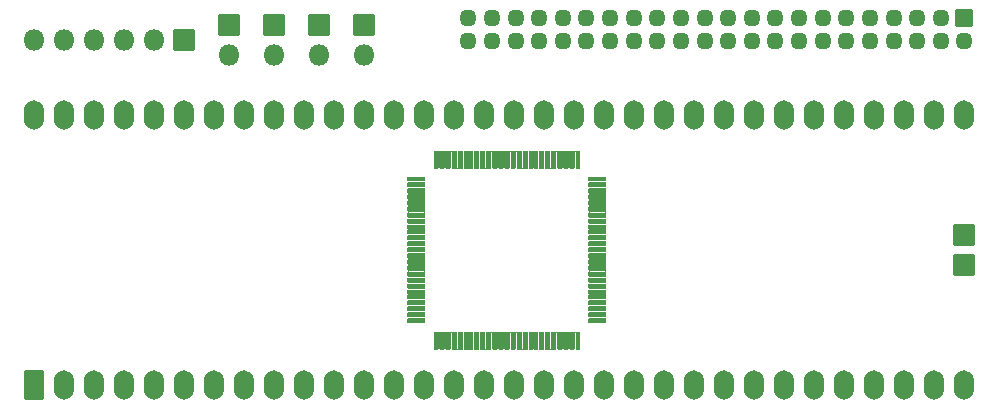
<source format=gbs>
G04 #@! TF.GenerationSoftware,KiCad,Pcbnew,6.0.8-f2edbf62ab~116~ubuntu22.04.1*
G04 #@! TF.CreationDate,2022-10-12T20:13:53+02:00*
G04 #@! TF.ProjectId,a500-ide-ram,61353030-2d69-4646-952d-72616d2e6b69,0.2*
G04 #@! TF.SameCoordinates,Original*
G04 #@! TF.FileFunction,Soldermask,Bot*
G04 #@! TF.FilePolarity,Negative*
%FSLAX46Y46*%
G04 Gerber Fmt 4.6, Leading zero omitted, Abs format (unit mm)*
G04 Created by KiCad (PCBNEW 6.0.8-f2edbf62ab~116~ubuntu22.04.1) date 2022-10-12 20:13:53*
%MOMM*%
%LPD*%
G01*
G04 APERTURE LIST*
G04 Aperture macros list*
%AMRoundRect*
0 Rectangle with rounded corners*
0 $1 Rounding radius*
0 $2 $3 $4 $5 $6 $7 $8 $9 X,Y pos of 4 corners*
0 Add a 4 corners polygon primitive as box body*
4,1,4,$2,$3,$4,$5,$6,$7,$8,$9,$2,$3,0*
0 Add four circle primitives for the rounded corners*
1,1,$1+$1,$2,$3*
1,1,$1+$1,$4,$5*
1,1,$1+$1,$6,$7*
1,1,$1+$1,$8,$9*
0 Add four rect primitives between the rounded corners*
20,1,$1+$1,$2,$3,$4,$5,0*
20,1,$1+$1,$4,$5,$6,$7,0*
20,1,$1+$1,$6,$7,$8,$9,0*
20,1,$1+$1,$8,$9,$2,$3,0*%
G04 Aperture macros list end*
%ADD10RoundRect,0.051000X-0.850000X-0.850000X0.850000X-0.850000X0.850000X0.850000X-0.850000X0.850000X0*%
%ADD11O,1.802000X1.802000*%
%ADD12RoundRect,0.051000X-0.675000X0.675000X-0.675000X-0.675000X0.675000X-0.675000X0.675000X0.675000X0*%
%ADD13O,1.452000X1.452000*%
%ADD14RoundRect,0.051000X-0.850000X0.850000X-0.850000X-0.850000X0.850000X-0.850000X0.850000X0.850000X0*%
%ADD15RoundRect,0.051000X0.800000X-1.200000X0.800000X1.200000X-0.800000X1.200000X-0.800000X-1.200000X0*%
%ADD16O,1.702000X2.502000*%
%ADD17RoundRect,0.126000X0.075000X-0.662500X0.075000X0.662500X-0.075000X0.662500X-0.075000X-0.662500X0*%
%ADD18RoundRect,0.126000X0.662500X-0.075000X0.662500X0.075000X-0.662500X0.075000X-0.662500X-0.075000X0*%
G04 APERTURE END LIST*
D10*
X133985000Y-78125000D03*
D11*
X133985000Y-80665000D03*
D10*
X130175000Y-78125000D03*
D11*
X130175000Y-80665000D03*
D10*
X122555000Y-78125000D03*
D11*
X122555000Y-80665000D03*
D12*
X184785000Y-77470000D03*
D13*
X184785000Y-79470000D03*
X182785000Y-77470000D03*
X182785000Y-79470000D03*
X180785000Y-77470000D03*
X180785000Y-79470000D03*
X178785000Y-77470000D03*
X178785000Y-79470000D03*
X176785000Y-77470000D03*
X176785000Y-79470000D03*
X174785000Y-77470000D03*
X174785000Y-79470000D03*
X172785000Y-77470000D03*
X172785000Y-79470000D03*
X170785000Y-77470000D03*
X170785000Y-79470000D03*
X168785000Y-77470000D03*
X168785000Y-79470000D03*
X166785000Y-77470000D03*
X166785000Y-79470000D03*
X164785000Y-77470000D03*
X164785000Y-79470000D03*
X162785000Y-77470000D03*
X162785000Y-79470000D03*
X160785000Y-77470000D03*
X160785000Y-79470000D03*
X158785000Y-77470000D03*
X158785000Y-79470000D03*
X156785000Y-77470000D03*
X156785000Y-79470000D03*
X154785000Y-77470000D03*
X154785000Y-79470000D03*
X152785000Y-77470000D03*
X152785000Y-79470000D03*
X150785000Y-77470000D03*
X150785000Y-79470000D03*
X148785000Y-77470000D03*
X148785000Y-79470000D03*
X146785000Y-77470000D03*
X146785000Y-79470000D03*
X144785000Y-77470000D03*
X144785000Y-79470000D03*
X142785000Y-77470000D03*
X142785000Y-79470000D03*
D10*
X184785000Y-95905000D03*
D14*
X118745000Y-79375000D03*
D11*
X116205000Y-79375000D03*
X113665000Y-79375000D03*
X111125000Y-79375000D03*
X108585000Y-79375000D03*
X106045000Y-79375000D03*
D15*
X106045000Y-108605000D03*
D16*
X108585000Y-108605000D03*
X111125000Y-108605000D03*
X113665000Y-108605000D03*
X116205000Y-108605000D03*
X118745000Y-108605000D03*
X121285000Y-108605000D03*
X123825000Y-108605000D03*
X126365000Y-108605000D03*
X128905000Y-108605000D03*
X131445000Y-108605000D03*
X133985000Y-108605000D03*
X136525000Y-108605000D03*
X139065000Y-108605000D03*
X141605000Y-108605000D03*
X144145000Y-108605000D03*
X146685000Y-108605000D03*
X149225000Y-108605000D03*
X151765000Y-108605000D03*
X154305000Y-108605000D03*
X156845000Y-108605000D03*
X159385000Y-108605000D03*
X161925000Y-108605000D03*
X164465000Y-108605000D03*
X167005000Y-108605000D03*
X169545000Y-108605000D03*
X172085000Y-108605000D03*
X174625000Y-108605000D03*
X177165000Y-108605000D03*
X179705000Y-108605000D03*
X182245000Y-108605000D03*
X184785000Y-108605000D03*
X184785000Y-85745000D03*
X182245000Y-85745000D03*
X179705000Y-85745000D03*
X177165000Y-85745000D03*
X174625000Y-85745000D03*
X172085000Y-85745000D03*
X169545000Y-85745000D03*
X167005000Y-85745000D03*
X164465000Y-85745000D03*
X161925000Y-85745000D03*
X159385000Y-85745000D03*
X156845000Y-85745000D03*
X154305000Y-85745000D03*
X151765000Y-85745000D03*
X149225000Y-85745000D03*
X146685000Y-85745000D03*
X144145000Y-85745000D03*
X141605000Y-85745000D03*
X139065000Y-85745000D03*
X136525000Y-85745000D03*
X133985000Y-85745000D03*
X131445000Y-85745000D03*
X128905000Y-85745000D03*
X126365000Y-85745000D03*
X123825000Y-85745000D03*
X121285000Y-85745000D03*
X118745000Y-85745000D03*
X116205000Y-85745000D03*
X113665000Y-85745000D03*
X111125000Y-85745000D03*
X108585000Y-85745000D03*
X106045000Y-85745000D03*
D10*
X126365000Y-78125000D03*
D11*
X126365000Y-80665000D03*
D10*
X184785000Y-98445000D03*
D17*
X152050000Y-104817500D03*
X151550000Y-104817500D03*
X151050000Y-104817500D03*
X150550000Y-104817500D03*
X150050000Y-104817500D03*
X149550000Y-104817500D03*
X149050000Y-104817500D03*
X148550000Y-104817500D03*
X148050000Y-104817500D03*
X147550000Y-104817500D03*
X147050000Y-104817500D03*
X146550000Y-104817500D03*
X146050000Y-104817500D03*
X145550000Y-104817500D03*
X145050000Y-104817500D03*
X144550000Y-104817500D03*
X144050000Y-104817500D03*
X143550000Y-104817500D03*
X143050000Y-104817500D03*
X142550000Y-104817500D03*
X142050000Y-104817500D03*
X141550000Y-104817500D03*
X141050000Y-104817500D03*
X140550000Y-104817500D03*
X140050000Y-104817500D03*
D18*
X138387500Y-103155000D03*
X138387500Y-102655000D03*
X138387500Y-102155000D03*
X138387500Y-101655000D03*
X138387500Y-101155000D03*
X138387500Y-100655000D03*
X138387500Y-100155000D03*
X138387500Y-99655000D03*
X138387500Y-99155000D03*
X138387500Y-98655000D03*
X138387500Y-98155000D03*
X138387500Y-97655000D03*
X138387500Y-97155000D03*
X138387500Y-96655000D03*
X138387500Y-96155000D03*
X138387500Y-95655000D03*
X138387500Y-95155000D03*
X138387500Y-94655000D03*
X138387500Y-94155000D03*
X138387500Y-93655000D03*
X138387500Y-93155000D03*
X138387500Y-92655000D03*
X138387500Y-92155000D03*
X138387500Y-91655000D03*
X138387500Y-91155000D03*
D17*
X140050000Y-89492500D03*
X140550000Y-89492500D03*
X141050000Y-89492500D03*
X141550000Y-89492500D03*
X142050000Y-89492500D03*
X142550000Y-89492500D03*
X143050000Y-89492500D03*
X143550000Y-89492500D03*
X144050000Y-89492500D03*
X144550000Y-89492500D03*
X145050000Y-89492500D03*
X145550000Y-89492500D03*
X146050000Y-89492500D03*
X146550000Y-89492500D03*
X147050000Y-89492500D03*
X147550000Y-89492500D03*
X148050000Y-89492500D03*
X148550000Y-89492500D03*
X149050000Y-89492500D03*
X149550000Y-89492500D03*
X150050000Y-89492500D03*
X150550000Y-89492500D03*
X151050000Y-89492500D03*
X151550000Y-89492500D03*
X152050000Y-89492500D03*
D18*
X153712500Y-91155000D03*
X153712500Y-91655000D03*
X153712500Y-92155000D03*
X153712500Y-92655000D03*
X153712500Y-93155000D03*
X153712500Y-93655000D03*
X153712500Y-94155000D03*
X153712500Y-94655000D03*
X153712500Y-95155000D03*
X153712500Y-95655000D03*
X153712500Y-96155000D03*
X153712500Y-96655000D03*
X153712500Y-97155000D03*
X153712500Y-97655000D03*
X153712500Y-98155000D03*
X153712500Y-98655000D03*
X153712500Y-99155000D03*
X153712500Y-99655000D03*
X153712500Y-100155000D03*
X153712500Y-100655000D03*
X153712500Y-101155000D03*
X153712500Y-101655000D03*
X153712500Y-102155000D03*
X153712500Y-102655000D03*
X153712500Y-103155000D03*
G36*
X151218693Y-104069460D02*
G01*
X151231425Y-104077967D01*
X151297789Y-104098747D01*
X151368589Y-104077958D01*
X151381307Y-104069460D01*
X151383303Y-104069329D01*
X151384414Y-104070992D01*
X151384081Y-104072234D01*
X151360476Y-104107561D01*
X151351000Y-104155199D01*
X151351000Y-105479801D01*
X151360476Y-105527439D01*
X151384081Y-105562766D01*
X151384212Y-105564762D01*
X151382549Y-105565873D01*
X151381307Y-105565540D01*
X151368575Y-105557033D01*
X151302211Y-105536253D01*
X151231411Y-105557042D01*
X151218693Y-105565540D01*
X151216697Y-105565671D01*
X151215586Y-105564008D01*
X151215919Y-105562766D01*
X151239524Y-105527439D01*
X151249000Y-105479801D01*
X151249000Y-104155199D01*
X151239524Y-104107561D01*
X151215919Y-104072234D01*
X151215788Y-104070238D01*
X151217451Y-104069127D01*
X151218693Y-104069460D01*
G37*
G36*
X140718693Y-104069460D02*
G01*
X140731425Y-104077967D01*
X140797789Y-104098747D01*
X140868589Y-104077958D01*
X140881307Y-104069460D01*
X140883303Y-104069329D01*
X140884414Y-104070992D01*
X140884081Y-104072234D01*
X140860476Y-104107561D01*
X140851000Y-104155199D01*
X140851000Y-105479801D01*
X140860476Y-105527439D01*
X140884081Y-105562766D01*
X140884212Y-105564762D01*
X140882549Y-105565873D01*
X140881307Y-105565540D01*
X140868575Y-105557033D01*
X140802211Y-105536253D01*
X140731411Y-105557042D01*
X140718693Y-105565540D01*
X140716697Y-105565671D01*
X140715586Y-105564008D01*
X140715919Y-105562766D01*
X140739524Y-105527439D01*
X140749000Y-105479801D01*
X140749000Y-104155199D01*
X140739524Y-104107561D01*
X140715919Y-104072234D01*
X140715788Y-104070238D01*
X140717451Y-104069127D01*
X140718693Y-104069460D01*
G37*
G36*
X144218693Y-104069460D02*
G01*
X144231425Y-104077967D01*
X144297789Y-104098747D01*
X144368589Y-104077958D01*
X144381307Y-104069460D01*
X144383303Y-104069329D01*
X144384414Y-104070992D01*
X144384081Y-104072234D01*
X144360476Y-104107561D01*
X144351000Y-104155199D01*
X144351000Y-105479801D01*
X144360476Y-105527439D01*
X144384081Y-105562766D01*
X144384212Y-105564762D01*
X144382549Y-105565873D01*
X144381307Y-105565540D01*
X144368575Y-105557033D01*
X144302211Y-105536253D01*
X144231411Y-105557042D01*
X144218693Y-105565540D01*
X144216697Y-105565671D01*
X144215586Y-105564008D01*
X144215919Y-105562766D01*
X144239524Y-105527439D01*
X144249000Y-105479801D01*
X144249000Y-104155199D01*
X144239524Y-104107561D01*
X144215919Y-104072234D01*
X144215788Y-104070238D01*
X144217451Y-104069127D01*
X144218693Y-104069460D01*
G37*
G36*
X146718693Y-104069460D02*
G01*
X146731425Y-104077967D01*
X146797789Y-104098747D01*
X146868589Y-104077958D01*
X146881307Y-104069460D01*
X146883303Y-104069329D01*
X146884414Y-104070992D01*
X146884081Y-104072234D01*
X146860476Y-104107561D01*
X146851000Y-104155199D01*
X146851000Y-105479801D01*
X146860476Y-105527439D01*
X146884081Y-105562766D01*
X146884212Y-105564762D01*
X146882549Y-105565873D01*
X146881307Y-105565540D01*
X146868575Y-105557033D01*
X146802211Y-105536253D01*
X146731411Y-105557042D01*
X146718693Y-105565540D01*
X146716697Y-105565671D01*
X146715586Y-105564008D01*
X146715919Y-105562766D01*
X146739524Y-105527439D01*
X146749000Y-105479801D01*
X146749000Y-104155199D01*
X146739524Y-104107561D01*
X146715919Y-104072234D01*
X146715788Y-104070238D01*
X146717451Y-104069127D01*
X146718693Y-104069460D01*
G37*
G36*
X147718693Y-104069460D02*
G01*
X147731425Y-104077967D01*
X147797789Y-104098747D01*
X147868589Y-104077958D01*
X147881307Y-104069460D01*
X147883303Y-104069329D01*
X147884414Y-104070992D01*
X147884081Y-104072234D01*
X147860476Y-104107561D01*
X147851000Y-104155199D01*
X147851000Y-105479801D01*
X147860476Y-105527439D01*
X147884081Y-105562766D01*
X147884212Y-105564762D01*
X147882549Y-105565873D01*
X147881307Y-105565540D01*
X147868575Y-105557033D01*
X147802211Y-105536253D01*
X147731411Y-105557042D01*
X147718693Y-105565540D01*
X147716697Y-105565671D01*
X147715586Y-105564008D01*
X147715919Y-105562766D01*
X147739524Y-105527439D01*
X147749000Y-105479801D01*
X147749000Y-104155199D01*
X147739524Y-104107561D01*
X147715919Y-104072234D01*
X147715788Y-104070238D01*
X147717451Y-104069127D01*
X147718693Y-104069460D01*
G37*
G36*
X141718693Y-104069460D02*
G01*
X141731425Y-104077967D01*
X141797789Y-104098747D01*
X141868589Y-104077958D01*
X141881307Y-104069460D01*
X141883303Y-104069329D01*
X141884414Y-104070992D01*
X141884081Y-104072234D01*
X141860476Y-104107561D01*
X141851000Y-104155199D01*
X141851000Y-105479801D01*
X141860476Y-105527439D01*
X141884081Y-105562766D01*
X141884212Y-105564762D01*
X141882549Y-105565873D01*
X141881307Y-105565540D01*
X141868575Y-105557033D01*
X141802211Y-105536253D01*
X141731411Y-105557042D01*
X141718693Y-105565540D01*
X141716697Y-105565671D01*
X141715586Y-105564008D01*
X141715919Y-105562766D01*
X141739524Y-105527439D01*
X141749000Y-105479801D01*
X141749000Y-104155199D01*
X141739524Y-104107561D01*
X141715919Y-104072234D01*
X141715788Y-104070238D01*
X141717451Y-104069127D01*
X141718693Y-104069460D01*
G37*
G36*
X148218693Y-104069460D02*
G01*
X148231425Y-104077967D01*
X148297789Y-104098747D01*
X148368589Y-104077958D01*
X148381307Y-104069460D01*
X148383303Y-104069329D01*
X148384414Y-104070992D01*
X148384081Y-104072234D01*
X148360476Y-104107561D01*
X148351000Y-104155199D01*
X148351000Y-105479801D01*
X148360476Y-105527439D01*
X148384081Y-105562766D01*
X148384212Y-105564762D01*
X148382549Y-105565873D01*
X148381307Y-105565540D01*
X148368575Y-105557033D01*
X148302211Y-105536253D01*
X148231411Y-105557042D01*
X148218693Y-105565540D01*
X148216697Y-105565671D01*
X148215586Y-105564008D01*
X148215919Y-105562766D01*
X148239524Y-105527439D01*
X148249000Y-105479801D01*
X148249000Y-104155199D01*
X148239524Y-104107561D01*
X148215919Y-104072234D01*
X148215788Y-104070238D01*
X148217451Y-104069127D01*
X148218693Y-104069460D01*
G37*
G36*
X149718693Y-104069460D02*
G01*
X149731425Y-104077967D01*
X149797789Y-104098747D01*
X149868589Y-104077958D01*
X149881307Y-104069460D01*
X149883303Y-104069329D01*
X149884414Y-104070992D01*
X149884081Y-104072234D01*
X149860476Y-104107561D01*
X149851000Y-104155199D01*
X149851000Y-105479801D01*
X149860476Y-105527439D01*
X149884081Y-105562766D01*
X149884212Y-105564762D01*
X149882549Y-105565873D01*
X149881307Y-105565540D01*
X149868575Y-105557033D01*
X149802211Y-105536253D01*
X149731411Y-105557042D01*
X149718693Y-105565540D01*
X149716697Y-105565671D01*
X149715586Y-105564008D01*
X149715919Y-105562766D01*
X149739524Y-105527439D01*
X149749000Y-105479801D01*
X149749000Y-104155199D01*
X149739524Y-104107561D01*
X149715919Y-104072234D01*
X149715788Y-104070238D01*
X149717451Y-104069127D01*
X149718693Y-104069460D01*
G37*
G36*
X144718693Y-104069460D02*
G01*
X144731425Y-104077967D01*
X144797789Y-104098747D01*
X144868589Y-104077958D01*
X144881307Y-104069460D01*
X144883303Y-104069329D01*
X144884414Y-104070992D01*
X144884081Y-104072234D01*
X144860476Y-104107561D01*
X144851000Y-104155199D01*
X144851000Y-105479801D01*
X144860476Y-105527439D01*
X144884081Y-105562766D01*
X144884212Y-105564762D01*
X144882549Y-105565873D01*
X144881307Y-105565540D01*
X144868575Y-105557033D01*
X144802211Y-105536253D01*
X144731411Y-105557042D01*
X144718693Y-105565540D01*
X144716697Y-105565671D01*
X144715586Y-105564008D01*
X144715919Y-105562766D01*
X144739524Y-105527439D01*
X144749000Y-105479801D01*
X144749000Y-104155199D01*
X144739524Y-104107561D01*
X144715919Y-104072234D01*
X144715788Y-104070238D01*
X144717451Y-104069127D01*
X144718693Y-104069460D01*
G37*
G36*
X147218693Y-104069460D02*
G01*
X147231425Y-104077967D01*
X147297789Y-104098747D01*
X147368589Y-104077958D01*
X147381307Y-104069460D01*
X147383303Y-104069329D01*
X147384414Y-104070992D01*
X147384081Y-104072234D01*
X147360476Y-104107561D01*
X147351000Y-104155199D01*
X147351000Y-105479801D01*
X147360476Y-105527439D01*
X147384081Y-105562766D01*
X147384212Y-105564762D01*
X147382549Y-105565873D01*
X147381307Y-105565540D01*
X147368575Y-105557033D01*
X147302211Y-105536253D01*
X147231411Y-105557042D01*
X147218693Y-105565540D01*
X147216697Y-105565671D01*
X147215586Y-105564008D01*
X147215919Y-105562766D01*
X147239524Y-105527439D01*
X147249000Y-105479801D01*
X147249000Y-104155199D01*
X147239524Y-104107561D01*
X147215919Y-104072234D01*
X147215788Y-104070238D01*
X147217451Y-104069127D01*
X147218693Y-104069460D01*
G37*
G36*
X142718693Y-104069460D02*
G01*
X142731425Y-104077967D01*
X142797789Y-104098747D01*
X142868589Y-104077958D01*
X142881307Y-104069460D01*
X142883303Y-104069329D01*
X142884414Y-104070992D01*
X142884081Y-104072234D01*
X142860476Y-104107561D01*
X142851000Y-104155199D01*
X142851000Y-105479801D01*
X142860476Y-105527439D01*
X142884081Y-105562766D01*
X142884212Y-105564762D01*
X142882549Y-105565873D01*
X142881307Y-105565540D01*
X142868575Y-105557033D01*
X142802211Y-105536253D01*
X142731411Y-105557042D01*
X142718693Y-105565540D01*
X142716697Y-105565671D01*
X142715586Y-105564008D01*
X142715919Y-105562766D01*
X142739524Y-105527439D01*
X142749000Y-105479801D01*
X142749000Y-104155199D01*
X142739524Y-104107561D01*
X142715919Y-104072234D01*
X142715788Y-104070238D01*
X142717451Y-104069127D01*
X142718693Y-104069460D01*
G37*
G36*
X141218693Y-104069460D02*
G01*
X141231425Y-104077967D01*
X141297789Y-104098747D01*
X141368589Y-104077958D01*
X141381307Y-104069460D01*
X141383303Y-104069329D01*
X141384414Y-104070992D01*
X141384081Y-104072234D01*
X141360476Y-104107561D01*
X141351000Y-104155199D01*
X141351000Y-105479801D01*
X141360476Y-105527439D01*
X141384081Y-105562766D01*
X141384212Y-105564762D01*
X141382549Y-105565873D01*
X141381307Y-105565540D01*
X141368575Y-105557033D01*
X141302211Y-105536253D01*
X141231411Y-105557042D01*
X141218693Y-105565540D01*
X141216697Y-105565671D01*
X141215586Y-105564008D01*
X141215919Y-105562766D01*
X141239524Y-105527439D01*
X141249000Y-105479801D01*
X141249000Y-104155199D01*
X141239524Y-104107561D01*
X141215919Y-104072234D01*
X141215788Y-104070238D01*
X141217451Y-104069127D01*
X141218693Y-104069460D01*
G37*
G36*
X140218693Y-104069460D02*
G01*
X140231425Y-104077967D01*
X140297789Y-104098747D01*
X140368589Y-104077958D01*
X140381307Y-104069460D01*
X140383303Y-104069329D01*
X140384414Y-104070992D01*
X140384081Y-104072234D01*
X140360476Y-104107561D01*
X140351000Y-104155199D01*
X140351000Y-105479801D01*
X140360476Y-105527439D01*
X140384081Y-105562766D01*
X140384212Y-105564762D01*
X140382549Y-105565873D01*
X140381307Y-105565540D01*
X140368575Y-105557033D01*
X140302211Y-105536253D01*
X140231411Y-105557042D01*
X140218693Y-105565540D01*
X140216697Y-105565671D01*
X140215586Y-105564008D01*
X140215919Y-105562766D01*
X140239524Y-105527439D01*
X140249000Y-105479801D01*
X140249000Y-104155199D01*
X140239524Y-104107561D01*
X140215919Y-104072234D01*
X140215788Y-104070238D01*
X140217451Y-104069127D01*
X140218693Y-104069460D01*
G37*
G36*
X142218693Y-104069460D02*
G01*
X142231425Y-104077967D01*
X142297789Y-104098747D01*
X142368589Y-104077958D01*
X142381307Y-104069460D01*
X142383303Y-104069329D01*
X142384414Y-104070992D01*
X142384081Y-104072234D01*
X142360476Y-104107561D01*
X142351000Y-104155199D01*
X142351000Y-105479801D01*
X142360476Y-105527439D01*
X142384081Y-105562766D01*
X142384212Y-105564762D01*
X142382549Y-105565873D01*
X142381307Y-105565540D01*
X142368575Y-105557033D01*
X142302211Y-105536253D01*
X142231411Y-105557042D01*
X142218693Y-105565540D01*
X142216697Y-105565671D01*
X142215586Y-105564008D01*
X142215919Y-105562766D01*
X142239524Y-105527439D01*
X142249000Y-105479801D01*
X142249000Y-104155199D01*
X142239524Y-104107561D01*
X142215919Y-104072234D01*
X142215788Y-104070238D01*
X142217451Y-104069127D01*
X142218693Y-104069460D01*
G37*
G36*
X151718693Y-104069460D02*
G01*
X151731425Y-104077967D01*
X151797789Y-104098747D01*
X151868589Y-104077958D01*
X151881307Y-104069460D01*
X151883303Y-104069329D01*
X151884414Y-104070992D01*
X151884081Y-104072234D01*
X151860476Y-104107561D01*
X151851000Y-104155199D01*
X151851000Y-105479801D01*
X151860476Y-105527439D01*
X151884081Y-105562766D01*
X151884212Y-105564762D01*
X151882549Y-105565873D01*
X151881307Y-105565540D01*
X151868575Y-105557033D01*
X151802211Y-105536253D01*
X151731411Y-105557042D01*
X151718693Y-105565540D01*
X151716697Y-105565671D01*
X151715586Y-105564008D01*
X151715919Y-105562766D01*
X151739524Y-105527439D01*
X151749000Y-105479801D01*
X151749000Y-104155199D01*
X151739524Y-104107561D01*
X151715919Y-104072234D01*
X151715788Y-104070238D01*
X151717451Y-104069127D01*
X151718693Y-104069460D01*
G37*
G36*
X145718693Y-104069460D02*
G01*
X145731425Y-104077967D01*
X145797789Y-104098747D01*
X145868589Y-104077958D01*
X145881307Y-104069460D01*
X145883303Y-104069329D01*
X145884414Y-104070992D01*
X145884081Y-104072234D01*
X145860476Y-104107561D01*
X145851000Y-104155199D01*
X145851000Y-105479801D01*
X145860476Y-105527439D01*
X145884081Y-105562766D01*
X145884212Y-105564762D01*
X145882549Y-105565873D01*
X145881307Y-105565540D01*
X145868575Y-105557033D01*
X145802211Y-105536253D01*
X145731411Y-105557042D01*
X145718693Y-105565540D01*
X145716697Y-105565671D01*
X145715586Y-105564008D01*
X145715919Y-105562766D01*
X145739524Y-105527439D01*
X145749000Y-105479801D01*
X145749000Y-104155199D01*
X145739524Y-104107561D01*
X145715919Y-104072234D01*
X145715788Y-104070238D01*
X145717451Y-104069127D01*
X145718693Y-104069460D01*
G37*
G36*
X143718693Y-104069460D02*
G01*
X143731425Y-104077967D01*
X143797789Y-104098747D01*
X143868589Y-104077958D01*
X143881307Y-104069460D01*
X143883303Y-104069329D01*
X143884414Y-104070992D01*
X143884081Y-104072234D01*
X143860476Y-104107561D01*
X143851000Y-104155199D01*
X143851000Y-105479801D01*
X143860476Y-105527439D01*
X143884081Y-105562766D01*
X143884212Y-105564762D01*
X143882549Y-105565873D01*
X143881307Y-105565540D01*
X143868575Y-105557033D01*
X143802211Y-105536253D01*
X143731411Y-105557042D01*
X143718693Y-105565540D01*
X143716697Y-105565671D01*
X143715586Y-105564008D01*
X143715919Y-105562766D01*
X143739524Y-105527439D01*
X143749000Y-105479801D01*
X143749000Y-104155199D01*
X143739524Y-104107561D01*
X143715919Y-104072234D01*
X143715788Y-104070238D01*
X143717451Y-104069127D01*
X143718693Y-104069460D01*
G37*
G36*
X146218693Y-104069460D02*
G01*
X146231425Y-104077967D01*
X146297789Y-104098747D01*
X146368589Y-104077958D01*
X146381307Y-104069460D01*
X146383303Y-104069329D01*
X146384414Y-104070992D01*
X146384081Y-104072234D01*
X146360476Y-104107561D01*
X146351000Y-104155199D01*
X146351000Y-105479801D01*
X146360476Y-105527439D01*
X146384081Y-105562766D01*
X146384212Y-105564762D01*
X146382549Y-105565873D01*
X146381307Y-105565540D01*
X146368575Y-105557033D01*
X146302211Y-105536253D01*
X146231411Y-105557042D01*
X146218693Y-105565540D01*
X146216697Y-105565671D01*
X146215586Y-105564008D01*
X146215919Y-105562766D01*
X146239524Y-105527439D01*
X146249000Y-105479801D01*
X146249000Y-104155199D01*
X146239524Y-104107561D01*
X146215919Y-104072234D01*
X146215788Y-104070238D01*
X146217451Y-104069127D01*
X146218693Y-104069460D01*
G37*
G36*
X150218693Y-104069460D02*
G01*
X150231425Y-104077967D01*
X150297789Y-104098747D01*
X150368589Y-104077958D01*
X150381307Y-104069460D01*
X150383303Y-104069329D01*
X150384414Y-104070992D01*
X150384081Y-104072234D01*
X150360476Y-104107561D01*
X150351000Y-104155199D01*
X150351000Y-105479801D01*
X150360476Y-105527439D01*
X150384081Y-105562766D01*
X150384212Y-105564762D01*
X150382549Y-105565873D01*
X150381307Y-105565540D01*
X150368575Y-105557033D01*
X150302211Y-105536253D01*
X150231411Y-105557042D01*
X150218693Y-105565540D01*
X150216697Y-105565671D01*
X150215586Y-105564008D01*
X150215919Y-105562766D01*
X150239524Y-105527439D01*
X150249000Y-105479801D01*
X150249000Y-104155199D01*
X150239524Y-104107561D01*
X150215919Y-104072234D01*
X150215788Y-104070238D01*
X150217451Y-104069127D01*
X150218693Y-104069460D01*
G37*
G36*
X143218693Y-104069460D02*
G01*
X143231425Y-104077967D01*
X143297789Y-104098747D01*
X143368589Y-104077958D01*
X143381307Y-104069460D01*
X143383303Y-104069329D01*
X143384414Y-104070992D01*
X143384081Y-104072234D01*
X143360476Y-104107561D01*
X143351000Y-104155199D01*
X143351000Y-105479801D01*
X143360476Y-105527439D01*
X143384081Y-105562766D01*
X143384212Y-105564762D01*
X143382549Y-105565873D01*
X143381307Y-105565540D01*
X143368575Y-105557033D01*
X143302211Y-105536253D01*
X143231411Y-105557042D01*
X143218693Y-105565540D01*
X143216697Y-105565671D01*
X143215586Y-105564008D01*
X143215919Y-105562766D01*
X143239524Y-105527439D01*
X143249000Y-105479801D01*
X143249000Y-104155199D01*
X143239524Y-104107561D01*
X143215919Y-104072234D01*
X143215788Y-104070238D01*
X143217451Y-104069127D01*
X143218693Y-104069460D01*
G37*
G36*
X148718693Y-104069460D02*
G01*
X148731425Y-104077967D01*
X148797789Y-104098747D01*
X148868589Y-104077958D01*
X148881307Y-104069460D01*
X148883303Y-104069329D01*
X148884414Y-104070992D01*
X148884081Y-104072234D01*
X148860476Y-104107561D01*
X148851000Y-104155199D01*
X148851000Y-105479801D01*
X148860476Y-105527439D01*
X148884081Y-105562766D01*
X148884212Y-105564762D01*
X148882549Y-105565873D01*
X148881307Y-105565540D01*
X148868575Y-105557033D01*
X148802211Y-105536253D01*
X148731411Y-105557042D01*
X148718693Y-105565540D01*
X148716697Y-105565671D01*
X148715586Y-105564008D01*
X148715919Y-105562766D01*
X148739524Y-105527439D01*
X148749000Y-105479801D01*
X148749000Y-104155199D01*
X148739524Y-104107561D01*
X148715919Y-104072234D01*
X148715788Y-104070238D01*
X148717451Y-104069127D01*
X148718693Y-104069460D01*
G37*
G36*
X150718693Y-104069460D02*
G01*
X150731425Y-104077967D01*
X150797789Y-104098747D01*
X150868589Y-104077958D01*
X150881307Y-104069460D01*
X150883303Y-104069329D01*
X150884414Y-104070992D01*
X150884081Y-104072234D01*
X150860476Y-104107561D01*
X150851000Y-104155199D01*
X150851000Y-105479801D01*
X150860476Y-105527439D01*
X150884081Y-105562766D01*
X150884212Y-105564762D01*
X150882549Y-105565873D01*
X150881307Y-105565540D01*
X150868575Y-105557033D01*
X150802211Y-105536253D01*
X150731411Y-105557042D01*
X150718693Y-105565540D01*
X150716697Y-105565671D01*
X150715586Y-105564008D01*
X150715919Y-105562766D01*
X150739524Y-105527439D01*
X150749000Y-105479801D01*
X150749000Y-104155199D01*
X150739524Y-104107561D01*
X150715919Y-104072234D01*
X150715788Y-104070238D01*
X150717451Y-104069127D01*
X150718693Y-104069460D01*
G37*
G36*
X149218693Y-104069460D02*
G01*
X149231425Y-104077967D01*
X149297789Y-104098747D01*
X149368589Y-104077958D01*
X149381307Y-104069460D01*
X149383303Y-104069329D01*
X149384414Y-104070992D01*
X149384081Y-104072234D01*
X149360476Y-104107561D01*
X149351000Y-104155199D01*
X149351000Y-105479801D01*
X149360476Y-105527439D01*
X149384081Y-105562766D01*
X149384212Y-105564762D01*
X149382549Y-105565873D01*
X149381307Y-105565540D01*
X149368575Y-105557033D01*
X149302211Y-105536253D01*
X149231411Y-105557042D01*
X149218693Y-105565540D01*
X149216697Y-105565671D01*
X149215586Y-105564008D01*
X149215919Y-105562766D01*
X149239524Y-105527439D01*
X149249000Y-105479801D01*
X149249000Y-104155199D01*
X149239524Y-104107561D01*
X149215919Y-104072234D01*
X149215788Y-104070238D01*
X149217451Y-104069127D01*
X149218693Y-104069460D01*
G37*
G36*
X145218693Y-104069460D02*
G01*
X145231425Y-104077967D01*
X145297789Y-104098747D01*
X145368589Y-104077958D01*
X145381307Y-104069460D01*
X145383303Y-104069329D01*
X145384414Y-104070992D01*
X145384081Y-104072234D01*
X145360476Y-104107561D01*
X145351000Y-104155199D01*
X145351000Y-105479801D01*
X145360476Y-105527439D01*
X145384081Y-105562766D01*
X145384212Y-105564762D01*
X145382549Y-105565873D01*
X145381307Y-105565540D01*
X145368575Y-105557033D01*
X145302211Y-105536253D01*
X145231411Y-105557042D01*
X145218693Y-105565540D01*
X145216697Y-105565671D01*
X145215586Y-105564008D01*
X145215919Y-105562766D01*
X145239524Y-105527439D01*
X145249000Y-105479801D01*
X145249000Y-104155199D01*
X145239524Y-104107561D01*
X145215919Y-104072234D01*
X145215788Y-104070238D01*
X145217451Y-104069127D01*
X145218693Y-104069460D01*
G37*
G36*
X152967234Y-102820919D02*
G01*
X153002561Y-102844524D01*
X153050199Y-102854000D01*
X154374801Y-102854000D01*
X154422439Y-102844524D01*
X154457766Y-102820919D01*
X154459762Y-102820788D01*
X154460873Y-102822451D01*
X154460540Y-102823693D01*
X154452033Y-102836425D01*
X154431253Y-102902789D01*
X154452042Y-102973589D01*
X154460540Y-102986307D01*
X154460671Y-102988303D01*
X154459008Y-102989414D01*
X154457766Y-102989081D01*
X154422439Y-102965476D01*
X154374801Y-102956000D01*
X153050199Y-102956000D01*
X153002561Y-102965476D01*
X152967234Y-102989081D01*
X152965238Y-102989212D01*
X152964127Y-102987549D01*
X152964460Y-102986307D01*
X152972967Y-102973575D01*
X152993747Y-102907211D01*
X152972958Y-102836411D01*
X152964460Y-102823693D01*
X152964329Y-102821697D01*
X152965992Y-102820586D01*
X152967234Y-102820919D01*
G37*
G36*
X137642234Y-102820919D02*
G01*
X137677561Y-102844524D01*
X137725199Y-102854000D01*
X139049801Y-102854000D01*
X139097439Y-102844524D01*
X139132766Y-102820919D01*
X139134762Y-102820788D01*
X139135873Y-102822451D01*
X139135540Y-102823693D01*
X139127033Y-102836425D01*
X139106253Y-102902789D01*
X139127042Y-102973589D01*
X139135540Y-102986307D01*
X139135671Y-102988303D01*
X139134008Y-102989414D01*
X139132766Y-102989081D01*
X139097439Y-102965476D01*
X139049801Y-102956000D01*
X137725199Y-102956000D01*
X137677561Y-102965476D01*
X137642234Y-102989081D01*
X137640238Y-102989212D01*
X137639127Y-102987549D01*
X137639460Y-102986307D01*
X137647967Y-102973575D01*
X137668747Y-102907211D01*
X137647958Y-102836411D01*
X137639460Y-102823693D01*
X137639329Y-102821697D01*
X137640992Y-102820586D01*
X137642234Y-102820919D01*
G37*
G36*
X152967234Y-102320919D02*
G01*
X153002561Y-102344524D01*
X153050199Y-102354000D01*
X154374801Y-102354000D01*
X154422439Y-102344524D01*
X154457766Y-102320919D01*
X154459762Y-102320788D01*
X154460873Y-102322451D01*
X154460540Y-102323693D01*
X154452033Y-102336425D01*
X154431253Y-102402789D01*
X154452042Y-102473589D01*
X154460540Y-102486307D01*
X154460671Y-102488303D01*
X154459008Y-102489414D01*
X154457766Y-102489081D01*
X154422439Y-102465476D01*
X154374801Y-102456000D01*
X153050199Y-102456000D01*
X153002561Y-102465476D01*
X152967234Y-102489081D01*
X152965238Y-102489212D01*
X152964127Y-102487549D01*
X152964460Y-102486307D01*
X152972967Y-102473575D01*
X152993747Y-102407211D01*
X152972958Y-102336411D01*
X152964460Y-102323693D01*
X152964329Y-102321697D01*
X152965992Y-102320586D01*
X152967234Y-102320919D01*
G37*
G36*
X137642234Y-102320919D02*
G01*
X137677561Y-102344524D01*
X137725199Y-102354000D01*
X139049801Y-102354000D01*
X139097439Y-102344524D01*
X139132766Y-102320919D01*
X139134762Y-102320788D01*
X139135873Y-102322451D01*
X139135540Y-102323693D01*
X139127033Y-102336425D01*
X139106253Y-102402789D01*
X139127042Y-102473589D01*
X139135540Y-102486307D01*
X139135671Y-102488303D01*
X139134008Y-102489414D01*
X139132766Y-102489081D01*
X139097439Y-102465476D01*
X139049801Y-102456000D01*
X137725199Y-102456000D01*
X137677561Y-102465476D01*
X137642234Y-102489081D01*
X137640238Y-102489212D01*
X137639127Y-102487549D01*
X137639460Y-102486307D01*
X137647967Y-102473575D01*
X137668747Y-102407211D01*
X137647958Y-102336411D01*
X137639460Y-102323693D01*
X137639329Y-102321697D01*
X137640992Y-102320586D01*
X137642234Y-102320919D01*
G37*
G36*
X152967234Y-101820919D02*
G01*
X153002561Y-101844524D01*
X153050199Y-101854000D01*
X154374801Y-101854000D01*
X154422439Y-101844524D01*
X154457766Y-101820919D01*
X154459762Y-101820788D01*
X154460873Y-101822451D01*
X154460540Y-101823693D01*
X154452033Y-101836425D01*
X154431253Y-101902789D01*
X154452042Y-101973589D01*
X154460540Y-101986307D01*
X154460671Y-101988303D01*
X154459008Y-101989414D01*
X154457766Y-101989081D01*
X154422439Y-101965476D01*
X154374801Y-101956000D01*
X153050199Y-101956000D01*
X153002561Y-101965476D01*
X152967234Y-101989081D01*
X152965238Y-101989212D01*
X152964127Y-101987549D01*
X152964460Y-101986307D01*
X152972967Y-101973575D01*
X152993747Y-101907211D01*
X152972958Y-101836411D01*
X152964460Y-101823693D01*
X152964329Y-101821697D01*
X152965992Y-101820586D01*
X152967234Y-101820919D01*
G37*
G36*
X137642234Y-101820919D02*
G01*
X137677561Y-101844524D01*
X137725199Y-101854000D01*
X139049801Y-101854000D01*
X139097439Y-101844524D01*
X139132766Y-101820919D01*
X139134762Y-101820788D01*
X139135873Y-101822451D01*
X139135540Y-101823693D01*
X139127033Y-101836425D01*
X139106253Y-101902789D01*
X139127042Y-101973589D01*
X139135540Y-101986307D01*
X139135671Y-101988303D01*
X139134008Y-101989414D01*
X139132766Y-101989081D01*
X139097439Y-101965476D01*
X139049801Y-101956000D01*
X137725199Y-101956000D01*
X137677561Y-101965476D01*
X137642234Y-101989081D01*
X137640238Y-101989212D01*
X137639127Y-101987549D01*
X137639460Y-101986307D01*
X137647967Y-101973575D01*
X137668747Y-101907211D01*
X137647958Y-101836411D01*
X137639460Y-101823693D01*
X137639329Y-101821697D01*
X137640992Y-101820586D01*
X137642234Y-101820919D01*
G37*
G36*
X152967234Y-101320919D02*
G01*
X153002561Y-101344524D01*
X153050199Y-101354000D01*
X154374801Y-101354000D01*
X154422439Y-101344524D01*
X154457766Y-101320919D01*
X154459762Y-101320788D01*
X154460873Y-101322451D01*
X154460540Y-101323693D01*
X154452033Y-101336425D01*
X154431253Y-101402789D01*
X154452042Y-101473589D01*
X154460540Y-101486307D01*
X154460671Y-101488303D01*
X154459008Y-101489414D01*
X154457766Y-101489081D01*
X154422439Y-101465476D01*
X154374801Y-101456000D01*
X153050199Y-101456000D01*
X153002561Y-101465476D01*
X152967234Y-101489081D01*
X152965238Y-101489212D01*
X152964127Y-101487549D01*
X152964460Y-101486307D01*
X152972967Y-101473575D01*
X152993747Y-101407211D01*
X152972958Y-101336411D01*
X152964460Y-101323693D01*
X152964329Y-101321697D01*
X152965992Y-101320586D01*
X152967234Y-101320919D01*
G37*
G36*
X137642234Y-101320919D02*
G01*
X137677561Y-101344524D01*
X137725199Y-101354000D01*
X139049801Y-101354000D01*
X139097439Y-101344524D01*
X139132766Y-101320919D01*
X139134762Y-101320788D01*
X139135873Y-101322451D01*
X139135540Y-101323693D01*
X139127033Y-101336425D01*
X139106253Y-101402789D01*
X139127042Y-101473589D01*
X139135540Y-101486307D01*
X139135671Y-101488303D01*
X139134008Y-101489414D01*
X139132766Y-101489081D01*
X139097439Y-101465476D01*
X139049801Y-101456000D01*
X137725199Y-101456000D01*
X137677561Y-101465476D01*
X137642234Y-101489081D01*
X137640238Y-101489212D01*
X137639127Y-101487549D01*
X137639460Y-101486307D01*
X137647967Y-101473575D01*
X137668747Y-101407211D01*
X137647958Y-101336411D01*
X137639460Y-101323693D01*
X137639329Y-101321697D01*
X137640992Y-101320586D01*
X137642234Y-101320919D01*
G37*
G36*
X152967234Y-100820919D02*
G01*
X153002561Y-100844524D01*
X153050199Y-100854000D01*
X154374801Y-100854000D01*
X154422439Y-100844524D01*
X154457766Y-100820919D01*
X154459762Y-100820788D01*
X154460873Y-100822451D01*
X154460540Y-100823693D01*
X154452033Y-100836425D01*
X154431253Y-100902789D01*
X154452042Y-100973589D01*
X154460540Y-100986307D01*
X154460671Y-100988303D01*
X154459008Y-100989414D01*
X154457766Y-100989081D01*
X154422439Y-100965476D01*
X154374801Y-100956000D01*
X153050199Y-100956000D01*
X153002561Y-100965476D01*
X152967234Y-100989081D01*
X152965238Y-100989212D01*
X152964127Y-100987549D01*
X152964460Y-100986307D01*
X152972967Y-100973575D01*
X152993747Y-100907211D01*
X152972958Y-100836411D01*
X152964460Y-100823693D01*
X152964329Y-100821697D01*
X152965992Y-100820586D01*
X152967234Y-100820919D01*
G37*
G36*
X137642234Y-100820919D02*
G01*
X137677561Y-100844524D01*
X137725199Y-100854000D01*
X139049801Y-100854000D01*
X139097439Y-100844524D01*
X139132766Y-100820919D01*
X139134762Y-100820788D01*
X139135873Y-100822451D01*
X139135540Y-100823693D01*
X139127033Y-100836425D01*
X139106253Y-100902789D01*
X139127042Y-100973589D01*
X139135540Y-100986307D01*
X139135671Y-100988303D01*
X139134008Y-100989414D01*
X139132766Y-100989081D01*
X139097439Y-100965476D01*
X139049801Y-100956000D01*
X137725199Y-100956000D01*
X137677561Y-100965476D01*
X137642234Y-100989081D01*
X137640238Y-100989212D01*
X137639127Y-100987549D01*
X137639460Y-100986307D01*
X137647967Y-100973575D01*
X137668747Y-100907211D01*
X137647958Y-100836411D01*
X137639460Y-100823693D01*
X137639329Y-100821697D01*
X137640992Y-100820586D01*
X137642234Y-100820919D01*
G37*
G36*
X152967234Y-100320919D02*
G01*
X153002561Y-100344524D01*
X153050199Y-100354000D01*
X154374801Y-100354000D01*
X154422439Y-100344524D01*
X154457766Y-100320919D01*
X154459762Y-100320788D01*
X154460873Y-100322451D01*
X154460540Y-100323693D01*
X154452033Y-100336425D01*
X154431253Y-100402789D01*
X154452042Y-100473589D01*
X154460540Y-100486307D01*
X154460671Y-100488303D01*
X154459008Y-100489414D01*
X154457766Y-100489081D01*
X154422439Y-100465476D01*
X154374801Y-100456000D01*
X153050199Y-100456000D01*
X153002561Y-100465476D01*
X152967234Y-100489081D01*
X152965238Y-100489212D01*
X152964127Y-100487549D01*
X152964460Y-100486307D01*
X152972967Y-100473575D01*
X152993747Y-100407211D01*
X152972958Y-100336411D01*
X152964460Y-100323693D01*
X152964329Y-100321697D01*
X152965992Y-100320586D01*
X152967234Y-100320919D01*
G37*
G36*
X137642234Y-100320919D02*
G01*
X137677561Y-100344524D01*
X137725199Y-100354000D01*
X139049801Y-100354000D01*
X139097439Y-100344524D01*
X139132766Y-100320919D01*
X139134762Y-100320788D01*
X139135873Y-100322451D01*
X139135540Y-100323693D01*
X139127033Y-100336425D01*
X139106253Y-100402789D01*
X139127042Y-100473589D01*
X139135540Y-100486307D01*
X139135671Y-100488303D01*
X139134008Y-100489414D01*
X139132766Y-100489081D01*
X139097439Y-100465476D01*
X139049801Y-100456000D01*
X137725199Y-100456000D01*
X137677561Y-100465476D01*
X137642234Y-100489081D01*
X137640238Y-100489212D01*
X137639127Y-100487549D01*
X137639460Y-100486307D01*
X137647967Y-100473575D01*
X137668747Y-100407211D01*
X137647958Y-100336411D01*
X137639460Y-100323693D01*
X137639329Y-100321697D01*
X137640992Y-100320586D01*
X137642234Y-100320919D01*
G37*
G36*
X137642234Y-99820919D02*
G01*
X137677561Y-99844524D01*
X137725199Y-99854000D01*
X139049801Y-99854000D01*
X139097439Y-99844524D01*
X139132766Y-99820919D01*
X139134762Y-99820788D01*
X139135873Y-99822451D01*
X139135540Y-99823693D01*
X139127033Y-99836425D01*
X139106253Y-99902789D01*
X139127042Y-99973589D01*
X139135540Y-99986307D01*
X139135671Y-99988303D01*
X139134008Y-99989414D01*
X139132766Y-99989081D01*
X139097439Y-99965476D01*
X139049801Y-99956000D01*
X137725199Y-99956000D01*
X137677561Y-99965476D01*
X137642234Y-99989081D01*
X137640238Y-99989212D01*
X137639127Y-99987549D01*
X137639460Y-99986307D01*
X137647967Y-99973575D01*
X137668747Y-99907211D01*
X137647958Y-99836411D01*
X137639460Y-99823693D01*
X137639329Y-99821697D01*
X137640992Y-99820586D01*
X137642234Y-99820919D01*
G37*
G36*
X152967234Y-99820919D02*
G01*
X153002561Y-99844524D01*
X153050199Y-99854000D01*
X154374801Y-99854000D01*
X154422439Y-99844524D01*
X154457766Y-99820919D01*
X154459762Y-99820788D01*
X154460873Y-99822451D01*
X154460540Y-99823693D01*
X154452033Y-99836425D01*
X154431253Y-99902789D01*
X154452042Y-99973589D01*
X154460540Y-99986307D01*
X154460671Y-99988303D01*
X154459008Y-99989414D01*
X154457766Y-99989081D01*
X154422439Y-99965476D01*
X154374801Y-99956000D01*
X153050199Y-99956000D01*
X153002561Y-99965476D01*
X152967234Y-99989081D01*
X152965238Y-99989212D01*
X152964127Y-99987549D01*
X152964460Y-99986307D01*
X152972967Y-99973575D01*
X152993747Y-99907211D01*
X152972958Y-99836411D01*
X152964460Y-99823693D01*
X152964329Y-99821697D01*
X152965992Y-99820586D01*
X152967234Y-99820919D01*
G37*
G36*
X152967234Y-99320919D02*
G01*
X153002561Y-99344524D01*
X153050199Y-99354000D01*
X154374801Y-99354000D01*
X154422439Y-99344524D01*
X154457766Y-99320919D01*
X154459762Y-99320788D01*
X154460873Y-99322451D01*
X154460540Y-99323693D01*
X154452033Y-99336425D01*
X154431253Y-99402789D01*
X154452042Y-99473589D01*
X154460540Y-99486307D01*
X154460671Y-99488303D01*
X154459008Y-99489414D01*
X154457766Y-99489081D01*
X154422439Y-99465476D01*
X154374801Y-99456000D01*
X153050199Y-99456000D01*
X153002561Y-99465476D01*
X152967234Y-99489081D01*
X152965238Y-99489212D01*
X152964127Y-99487549D01*
X152964460Y-99486307D01*
X152972967Y-99473575D01*
X152993747Y-99407211D01*
X152972958Y-99336411D01*
X152964460Y-99323693D01*
X152964329Y-99321697D01*
X152965992Y-99320586D01*
X152967234Y-99320919D01*
G37*
G36*
X137642234Y-99320919D02*
G01*
X137677561Y-99344524D01*
X137725199Y-99354000D01*
X139049801Y-99354000D01*
X139097439Y-99344524D01*
X139132766Y-99320919D01*
X139134762Y-99320788D01*
X139135873Y-99322451D01*
X139135540Y-99323693D01*
X139127033Y-99336425D01*
X139106253Y-99402789D01*
X139127042Y-99473589D01*
X139135540Y-99486307D01*
X139135671Y-99488303D01*
X139134008Y-99489414D01*
X139132766Y-99489081D01*
X139097439Y-99465476D01*
X139049801Y-99456000D01*
X137725199Y-99456000D01*
X137677561Y-99465476D01*
X137642234Y-99489081D01*
X137640238Y-99489212D01*
X137639127Y-99487549D01*
X137639460Y-99486307D01*
X137647967Y-99473575D01*
X137668747Y-99407211D01*
X137647958Y-99336411D01*
X137639460Y-99323693D01*
X137639329Y-99321697D01*
X137640992Y-99320586D01*
X137642234Y-99320919D01*
G37*
G36*
X152967234Y-98820919D02*
G01*
X153002561Y-98844524D01*
X153050199Y-98854000D01*
X154374801Y-98854000D01*
X154422439Y-98844524D01*
X154457766Y-98820919D01*
X154459762Y-98820788D01*
X154460873Y-98822451D01*
X154460540Y-98823693D01*
X154452033Y-98836425D01*
X154431253Y-98902789D01*
X154452042Y-98973589D01*
X154460540Y-98986307D01*
X154460671Y-98988303D01*
X154459008Y-98989414D01*
X154457766Y-98989081D01*
X154422439Y-98965476D01*
X154374801Y-98956000D01*
X153050199Y-98956000D01*
X153002561Y-98965476D01*
X152967234Y-98989081D01*
X152965238Y-98989212D01*
X152964127Y-98987549D01*
X152964460Y-98986307D01*
X152972967Y-98973575D01*
X152993747Y-98907211D01*
X152972958Y-98836411D01*
X152964460Y-98823693D01*
X152964329Y-98821697D01*
X152965992Y-98820586D01*
X152967234Y-98820919D01*
G37*
G36*
X137642234Y-98820919D02*
G01*
X137677561Y-98844524D01*
X137725199Y-98854000D01*
X139049801Y-98854000D01*
X139097439Y-98844524D01*
X139132766Y-98820919D01*
X139134762Y-98820788D01*
X139135873Y-98822451D01*
X139135540Y-98823693D01*
X139127033Y-98836425D01*
X139106253Y-98902789D01*
X139127042Y-98973589D01*
X139135540Y-98986307D01*
X139135671Y-98988303D01*
X139134008Y-98989414D01*
X139132766Y-98989081D01*
X139097439Y-98965476D01*
X139049801Y-98956000D01*
X137725199Y-98956000D01*
X137677561Y-98965476D01*
X137642234Y-98989081D01*
X137640238Y-98989212D01*
X137639127Y-98987549D01*
X137639460Y-98986307D01*
X137647967Y-98973575D01*
X137668747Y-98907211D01*
X137647958Y-98836411D01*
X137639460Y-98823693D01*
X137639329Y-98821697D01*
X137640992Y-98820586D01*
X137642234Y-98820919D01*
G37*
G36*
X152967234Y-98320919D02*
G01*
X153002561Y-98344524D01*
X153050199Y-98354000D01*
X154374801Y-98354000D01*
X154422439Y-98344524D01*
X154457766Y-98320919D01*
X154459762Y-98320788D01*
X154460873Y-98322451D01*
X154460540Y-98323693D01*
X154452033Y-98336425D01*
X154431253Y-98402789D01*
X154452042Y-98473589D01*
X154460540Y-98486307D01*
X154460671Y-98488303D01*
X154459008Y-98489414D01*
X154457766Y-98489081D01*
X154422439Y-98465476D01*
X154374801Y-98456000D01*
X153050199Y-98456000D01*
X153002561Y-98465476D01*
X152967234Y-98489081D01*
X152965238Y-98489212D01*
X152964127Y-98487549D01*
X152964460Y-98486307D01*
X152972967Y-98473575D01*
X152993747Y-98407211D01*
X152972958Y-98336411D01*
X152964460Y-98323693D01*
X152964329Y-98321697D01*
X152965992Y-98320586D01*
X152967234Y-98320919D01*
G37*
G36*
X137642234Y-98320919D02*
G01*
X137677561Y-98344524D01*
X137725199Y-98354000D01*
X139049801Y-98354000D01*
X139097439Y-98344524D01*
X139132766Y-98320919D01*
X139134762Y-98320788D01*
X139135873Y-98322451D01*
X139135540Y-98323693D01*
X139127033Y-98336425D01*
X139106253Y-98402789D01*
X139127042Y-98473589D01*
X139135540Y-98486307D01*
X139135671Y-98488303D01*
X139134008Y-98489414D01*
X139132766Y-98489081D01*
X139097439Y-98465476D01*
X139049801Y-98456000D01*
X137725199Y-98456000D01*
X137677561Y-98465476D01*
X137642234Y-98489081D01*
X137640238Y-98489212D01*
X137639127Y-98487549D01*
X137639460Y-98486307D01*
X137647967Y-98473575D01*
X137668747Y-98407211D01*
X137647958Y-98336411D01*
X137639460Y-98323693D01*
X137639329Y-98321697D01*
X137640992Y-98320586D01*
X137642234Y-98320919D01*
G37*
G36*
X152967234Y-97820919D02*
G01*
X153002561Y-97844524D01*
X153050199Y-97854000D01*
X154374801Y-97854000D01*
X154422439Y-97844524D01*
X154457766Y-97820919D01*
X154459762Y-97820788D01*
X154460873Y-97822451D01*
X154460540Y-97823693D01*
X154452033Y-97836425D01*
X154431253Y-97902789D01*
X154452042Y-97973589D01*
X154460540Y-97986307D01*
X154460671Y-97988303D01*
X154459008Y-97989414D01*
X154457766Y-97989081D01*
X154422439Y-97965476D01*
X154374801Y-97956000D01*
X153050199Y-97956000D01*
X153002561Y-97965476D01*
X152967234Y-97989081D01*
X152965238Y-97989212D01*
X152964127Y-97987549D01*
X152964460Y-97986307D01*
X152972967Y-97973575D01*
X152993747Y-97907211D01*
X152972958Y-97836411D01*
X152964460Y-97823693D01*
X152964329Y-97821697D01*
X152965992Y-97820586D01*
X152967234Y-97820919D01*
G37*
G36*
X137642234Y-97820919D02*
G01*
X137677561Y-97844524D01*
X137725199Y-97854000D01*
X139049801Y-97854000D01*
X139097439Y-97844524D01*
X139132766Y-97820919D01*
X139134762Y-97820788D01*
X139135873Y-97822451D01*
X139135540Y-97823693D01*
X139127033Y-97836425D01*
X139106253Y-97902789D01*
X139127042Y-97973589D01*
X139135540Y-97986307D01*
X139135671Y-97988303D01*
X139134008Y-97989414D01*
X139132766Y-97989081D01*
X139097439Y-97965476D01*
X139049801Y-97956000D01*
X137725199Y-97956000D01*
X137677561Y-97965476D01*
X137642234Y-97989081D01*
X137640238Y-97989212D01*
X137639127Y-97987549D01*
X137639460Y-97986307D01*
X137647967Y-97973575D01*
X137668747Y-97907211D01*
X137647958Y-97836411D01*
X137639460Y-97823693D01*
X137639329Y-97821697D01*
X137640992Y-97820586D01*
X137642234Y-97820919D01*
G37*
G36*
X152967234Y-97320919D02*
G01*
X153002561Y-97344524D01*
X153050199Y-97354000D01*
X154374801Y-97354000D01*
X154422439Y-97344524D01*
X154457766Y-97320919D01*
X154459762Y-97320788D01*
X154460873Y-97322451D01*
X154460540Y-97323693D01*
X154452033Y-97336425D01*
X154431253Y-97402789D01*
X154452042Y-97473589D01*
X154460540Y-97486307D01*
X154460671Y-97488303D01*
X154459008Y-97489414D01*
X154457766Y-97489081D01*
X154422439Y-97465476D01*
X154374801Y-97456000D01*
X153050199Y-97456000D01*
X153002561Y-97465476D01*
X152967234Y-97489081D01*
X152965238Y-97489212D01*
X152964127Y-97487549D01*
X152964460Y-97486307D01*
X152972967Y-97473575D01*
X152993747Y-97407211D01*
X152972958Y-97336411D01*
X152964460Y-97323693D01*
X152964329Y-97321697D01*
X152965992Y-97320586D01*
X152967234Y-97320919D01*
G37*
G36*
X137642234Y-97320919D02*
G01*
X137677561Y-97344524D01*
X137725199Y-97354000D01*
X139049801Y-97354000D01*
X139097439Y-97344524D01*
X139132766Y-97320919D01*
X139134762Y-97320788D01*
X139135873Y-97322451D01*
X139135540Y-97323693D01*
X139127033Y-97336425D01*
X139106253Y-97402789D01*
X139127042Y-97473589D01*
X139135540Y-97486307D01*
X139135671Y-97488303D01*
X139134008Y-97489414D01*
X139132766Y-97489081D01*
X139097439Y-97465476D01*
X139049801Y-97456000D01*
X137725199Y-97456000D01*
X137677561Y-97465476D01*
X137642234Y-97489081D01*
X137640238Y-97489212D01*
X137639127Y-97487549D01*
X137639460Y-97486307D01*
X137647967Y-97473575D01*
X137668747Y-97407211D01*
X137647958Y-97336411D01*
X137639460Y-97323693D01*
X137639329Y-97321697D01*
X137640992Y-97320586D01*
X137642234Y-97320919D01*
G37*
G36*
X152967234Y-96820919D02*
G01*
X153002561Y-96844524D01*
X153050199Y-96854000D01*
X154374801Y-96854000D01*
X154422439Y-96844524D01*
X154457766Y-96820919D01*
X154459762Y-96820788D01*
X154460873Y-96822451D01*
X154460540Y-96823693D01*
X154452033Y-96836425D01*
X154431253Y-96902789D01*
X154452042Y-96973589D01*
X154460540Y-96986307D01*
X154460671Y-96988303D01*
X154459008Y-96989414D01*
X154457766Y-96989081D01*
X154422439Y-96965476D01*
X154374801Y-96956000D01*
X153050199Y-96956000D01*
X153002561Y-96965476D01*
X152967234Y-96989081D01*
X152965238Y-96989212D01*
X152964127Y-96987549D01*
X152964460Y-96986307D01*
X152972967Y-96973575D01*
X152993747Y-96907211D01*
X152972958Y-96836411D01*
X152964460Y-96823693D01*
X152964329Y-96821697D01*
X152965992Y-96820586D01*
X152967234Y-96820919D01*
G37*
G36*
X137642234Y-96820919D02*
G01*
X137677561Y-96844524D01*
X137725199Y-96854000D01*
X139049801Y-96854000D01*
X139097439Y-96844524D01*
X139132766Y-96820919D01*
X139134762Y-96820788D01*
X139135873Y-96822451D01*
X139135540Y-96823693D01*
X139127033Y-96836425D01*
X139106253Y-96902789D01*
X139127042Y-96973589D01*
X139135540Y-96986307D01*
X139135671Y-96988303D01*
X139134008Y-96989414D01*
X139132766Y-96989081D01*
X139097439Y-96965476D01*
X139049801Y-96956000D01*
X137725199Y-96956000D01*
X137677561Y-96965476D01*
X137642234Y-96989081D01*
X137640238Y-96989212D01*
X137639127Y-96987549D01*
X137639460Y-96986307D01*
X137647967Y-96973575D01*
X137668747Y-96907211D01*
X137647958Y-96836411D01*
X137639460Y-96823693D01*
X137639329Y-96821697D01*
X137640992Y-96820586D01*
X137642234Y-96820919D01*
G37*
G36*
X152967234Y-96320919D02*
G01*
X153002561Y-96344524D01*
X153050199Y-96354000D01*
X154374801Y-96354000D01*
X154422439Y-96344524D01*
X154457766Y-96320919D01*
X154459762Y-96320788D01*
X154460873Y-96322451D01*
X154460540Y-96323693D01*
X154452033Y-96336425D01*
X154431253Y-96402789D01*
X154452042Y-96473589D01*
X154460540Y-96486307D01*
X154460671Y-96488303D01*
X154459008Y-96489414D01*
X154457766Y-96489081D01*
X154422439Y-96465476D01*
X154374801Y-96456000D01*
X153050199Y-96456000D01*
X153002561Y-96465476D01*
X152967234Y-96489081D01*
X152965238Y-96489212D01*
X152964127Y-96487549D01*
X152964460Y-96486307D01*
X152972967Y-96473575D01*
X152993747Y-96407211D01*
X152972958Y-96336411D01*
X152964460Y-96323693D01*
X152964329Y-96321697D01*
X152965992Y-96320586D01*
X152967234Y-96320919D01*
G37*
G36*
X137642234Y-96320919D02*
G01*
X137677561Y-96344524D01*
X137725199Y-96354000D01*
X139049801Y-96354000D01*
X139097439Y-96344524D01*
X139132766Y-96320919D01*
X139134762Y-96320788D01*
X139135873Y-96322451D01*
X139135540Y-96323693D01*
X139127033Y-96336425D01*
X139106253Y-96402789D01*
X139127042Y-96473589D01*
X139135540Y-96486307D01*
X139135671Y-96488303D01*
X139134008Y-96489414D01*
X139132766Y-96489081D01*
X139097439Y-96465476D01*
X139049801Y-96456000D01*
X137725199Y-96456000D01*
X137677561Y-96465476D01*
X137642234Y-96489081D01*
X137640238Y-96489212D01*
X137639127Y-96487549D01*
X137639460Y-96486307D01*
X137647967Y-96473575D01*
X137668747Y-96407211D01*
X137647958Y-96336411D01*
X137639460Y-96323693D01*
X137639329Y-96321697D01*
X137640992Y-96320586D01*
X137642234Y-96320919D01*
G37*
G36*
X152967234Y-95820919D02*
G01*
X153002561Y-95844524D01*
X153050199Y-95854000D01*
X154374801Y-95854000D01*
X154422439Y-95844524D01*
X154457766Y-95820919D01*
X154459762Y-95820788D01*
X154460873Y-95822451D01*
X154460540Y-95823693D01*
X154452033Y-95836425D01*
X154431253Y-95902789D01*
X154452042Y-95973589D01*
X154460540Y-95986307D01*
X154460671Y-95988303D01*
X154459008Y-95989414D01*
X154457766Y-95989081D01*
X154422439Y-95965476D01*
X154374801Y-95956000D01*
X153050199Y-95956000D01*
X153002561Y-95965476D01*
X152967234Y-95989081D01*
X152965238Y-95989212D01*
X152964127Y-95987549D01*
X152964460Y-95986307D01*
X152972967Y-95973575D01*
X152993747Y-95907211D01*
X152972958Y-95836411D01*
X152964460Y-95823693D01*
X152964329Y-95821697D01*
X152965992Y-95820586D01*
X152967234Y-95820919D01*
G37*
G36*
X137642234Y-95820919D02*
G01*
X137677561Y-95844524D01*
X137725199Y-95854000D01*
X139049801Y-95854000D01*
X139097439Y-95844524D01*
X139132766Y-95820919D01*
X139134762Y-95820788D01*
X139135873Y-95822451D01*
X139135540Y-95823693D01*
X139127033Y-95836425D01*
X139106253Y-95902789D01*
X139127042Y-95973589D01*
X139135540Y-95986307D01*
X139135671Y-95988303D01*
X139134008Y-95989414D01*
X139132766Y-95989081D01*
X139097439Y-95965476D01*
X139049801Y-95956000D01*
X137725199Y-95956000D01*
X137677561Y-95965476D01*
X137642234Y-95989081D01*
X137640238Y-95989212D01*
X137639127Y-95987549D01*
X137639460Y-95986307D01*
X137647967Y-95973575D01*
X137668747Y-95907211D01*
X137647958Y-95836411D01*
X137639460Y-95823693D01*
X137639329Y-95821697D01*
X137640992Y-95820586D01*
X137642234Y-95820919D01*
G37*
G36*
X152967234Y-95320919D02*
G01*
X153002561Y-95344524D01*
X153050199Y-95354000D01*
X154374801Y-95354000D01*
X154422439Y-95344524D01*
X154457766Y-95320919D01*
X154459762Y-95320788D01*
X154460873Y-95322451D01*
X154460540Y-95323693D01*
X154452033Y-95336425D01*
X154431253Y-95402789D01*
X154452042Y-95473589D01*
X154460540Y-95486307D01*
X154460671Y-95488303D01*
X154459008Y-95489414D01*
X154457766Y-95489081D01*
X154422439Y-95465476D01*
X154374801Y-95456000D01*
X153050199Y-95456000D01*
X153002561Y-95465476D01*
X152967234Y-95489081D01*
X152965238Y-95489212D01*
X152964127Y-95487549D01*
X152964460Y-95486307D01*
X152972967Y-95473575D01*
X152993747Y-95407211D01*
X152972958Y-95336411D01*
X152964460Y-95323693D01*
X152964329Y-95321697D01*
X152965992Y-95320586D01*
X152967234Y-95320919D01*
G37*
G36*
X137642234Y-95320919D02*
G01*
X137677561Y-95344524D01*
X137725199Y-95354000D01*
X139049801Y-95354000D01*
X139097439Y-95344524D01*
X139132766Y-95320919D01*
X139134762Y-95320788D01*
X139135873Y-95322451D01*
X139135540Y-95323693D01*
X139127033Y-95336425D01*
X139106253Y-95402789D01*
X139127042Y-95473589D01*
X139135540Y-95486307D01*
X139135671Y-95488303D01*
X139134008Y-95489414D01*
X139132766Y-95489081D01*
X139097439Y-95465476D01*
X139049801Y-95456000D01*
X137725199Y-95456000D01*
X137677561Y-95465476D01*
X137642234Y-95489081D01*
X137640238Y-95489212D01*
X137639127Y-95487549D01*
X137639460Y-95486307D01*
X137647967Y-95473575D01*
X137668747Y-95407211D01*
X137647958Y-95336411D01*
X137639460Y-95323693D01*
X137639329Y-95321697D01*
X137640992Y-95320586D01*
X137642234Y-95320919D01*
G37*
G36*
X137642234Y-94820919D02*
G01*
X137677561Y-94844524D01*
X137725199Y-94854000D01*
X139049801Y-94854000D01*
X139097439Y-94844524D01*
X139132766Y-94820919D01*
X139134762Y-94820788D01*
X139135873Y-94822451D01*
X139135540Y-94823693D01*
X139127033Y-94836425D01*
X139106253Y-94902789D01*
X139127042Y-94973589D01*
X139135540Y-94986307D01*
X139135671Y-94988303D01*
X139134008Y-94989414D01*
X139132766Y-94989081D01*
X139097439Y-94965476D01*
X139049801Y-94956000D01*
X137725199Y-94956000D01*
X137677561Y-94965476D01*
X137642234Y-94989081D01*
X137640238Y-94989212D01*
X137639127Y-94987549D01*
X137639460Y-94986307D01*
X137647967Y-94973575D01*
X137668747Y-94907211D01*
X137647958Y-94836411D01*
X137639460Y-94823693D01*
X137639329Y-94821697D01*
X137640992Y-94820586D01*
X137642234Y-94820919D01*
G37*
G36*
X152967234Y-94820919D02*
G01*
X153002561Y-94844524D01*
X153050199Y-94854000D01*
X154374801Y-94854000D01*
X154422439Y-94844524D01*
X154457766Y-94820919D01*
X154459762Y-94820788D01*
X154460873Y-94822451D01*
X154460540Y-94823693D01*
X154452033Y-94836425D01*
X154431253Y-94902789D01*
X154452042Y-94973589D01*
X154460540Y-94986307D01*
X154460671Y-94988303D01*
X154459008Y-94989414D01*
X154457766Y-94989081D01*
X154422439Y-94965476D01*
X154374801Y-94956000D01*
X153050199Y-94956000D01*
X153002561Y-94965476D01*
X152967234Y-94989081D01*
X152965238Y-94989212D01*
X152964127Y-94987549D01*
X152964460Y-94986307D01*
X152972967Y-94973575D01*
X152993747Y-94907211D01*
X152972958Y-94836411D01*
X152964460Y-94823693D01*
X152964329Y-94821697D01*
X152965992Y-94820586D01*
X152967234Y-94820919D01*
G37*
G36*
X137642234Y-94320919D02*
G01*
X137677561Y-94344524D01*
X137725199Y-94354000D01*
X139049801Y-94354000D01*
X139097439Y-94344524D01*
X139132766Y-94320919D01*
X139134762Y-94320788D01*
X139135873Y-94322451D01*
X139135540Y-94323693D01*
X139127033Y-94336425D01*
X139106253Y-94402789D01*
X139127042Y-94473589D01*
X139135540Y-94486307D01*
X139135671Y-94488303D01*
X139134008Y-94489414D01*
X139132766Y-94489081D01*
X139097439Y-94465476D01*
X139049801Y-94456000D01*
X137725199Y-94456000D01*
X137677561Y-94465476D01*
X137642234Y-94489081D01*
X137640238Y-94489212D01*
X137639127Y-94487549D01*
X137639460Y-94486307D01*
X137647967Y-94473575D01*
X137668747Y-94407211D01*
X137647958Y-94336411D01*
X137639460Y-94323693D01*
X137639329Y-94321697D01*
X137640992Y-94320586D01*
X137642234Y-94320919D01*
G37*
G36*
X152967234Y-94320919D02*
G01*
X153002561Y-94344524D01*
X153050199Y-94354000D01*
X154374801Y-94354000D01*
X154422439Y-94344524D01*
X154457766Y-94320919D01*
X154459762Y-94320788D01*
X154460873Y-94322451D01*
X154460540Y-94323693D01*
X154452033Y-94336425D01*
X154431253Y-94402789D01*
X154452042Y-94473589D01*
X154460540Y-94486307D01*
X154460671Y-94488303D01*
X154459008Y-94489414D01*
X154457766Y-94489081D01*
X154422439Y-94465476D01*
X154374801Y-94456000D01*
X153050199Y-94456000D01*
X153002561Y-94465476D01*
X152967234Y-94489081D01*
X152965238Y-94489212D01*
X152964127Y-94487549D01*
X152964460Y-94486307D01*
X152972967Y-94473575D01*
X152993747Y-94407211D01*
X152972958Y-94336411D01*
X152964460Y-94323693D01*
X152964329Y-94321697D01*
X152965992Y-94320586D01*
X152967234Y-94320919D01*
G37*
G36*
X152967234Y-93820919D02*
G01*
X153002561Y-93844524D01*
X153050199Y-93854000D01*
X154374801Y-93854000D01*
X154422439Y-93844524D01*
X154457766Y-93820919D01*
X154459762Y-93820788D01*
X154460873Y-93822451D01*
X154460540Y-93823693D01*
X154452033Y-93836425D01*
X154431253Y-93902789D01*
X154452042Y-93973589D01*
X154460540Y-93986307D01*
X154460671Y-93988303D01*
X154459008Y-93989414D01*
X154457766Y-93989081D01*
X154422439Y-93965476D01*
X154374801Y-93956000D01*
X153050199Y-93956000D01*
X153002561Y-93965476D01*
X152967234Y-93989081D01*
X152965238Y-93989212D01*
X152964127Y-93987549D01*
X152964460Y-93986307D01*
X152972967Y-93973575D01*
X152993747Y-93907211D01*
X152972958Y-93836411D01*
X152964460Y-93823693D01*
X152964329Y-93821697D01*
X152965992Y-93820586D01*
X152967234Y-93820919D01*
G37*
G36*
X137642234Y-93820919D02*
G01*
X137677561Y-93844524D01*
X137725199Y-93854000D01*
X139049801Y-93854000D01*
X139097439Y-93844524D01*
X139132766Y-93820919D01*
X139134762Y-93820788D01*
X139135873Y-93822451D01*
X139135540Y-93823693D01*
X139127033Y-93836425D01*
X139106253Y-93902789D01*
X139127042Y-93973589D01*
X139135540Y-93986307D01*
X139135671Y-93988303D01*
X139134008Y-93989414D01*
X139132766Y-93989081D01*
X139097439Y-93965476D01*
X139049801Y-93956000D01*
X137725199Y-93956000D01*
X137677561Y-93965476D01*
X137642234Y-93989081D01*
X137640238Y-93989212D01*
X137639127Y-93987549D01*
X137639460Y-93986307D01*
X137647967Y-93973575D01*
X137668747Y-93907211D01*
X137647958Y-93836411D01*
X137639460Y-93823693D01*
X137639329Y-93821697D01*
X137640992Y-93820586D01*
X137642234Y-93820919D01*
G37*
G36*
X152967234Y-93320919D02*
G01*
X153002561Y-93344524D01*
X153050199Y-93354000D01*
X154374801Y-93354000D01*
X154422439Y-93344524D01*
X154457766Y-93320919D01*
X154459762Y-93320788D01*
X154460873Y-93322451D01*
X154460540Y-93323693D01*
X154452033Y-93336425D01*
X154431253Y-93402789D01*
X154452042Y-93473589D01*
X154460540Y-93486307D01*
X154460671Y-93488303D01*
X154459008Y-93489414D01*
X154457766Y-93489081D01*
X154422439Y-93465476D01*
X154374801Y-93456000D01*
X153050199Y-93456000D01*
X153002561Y-93465476D01*
X152967234Y-93489081D01*
X152965238Y-93489212D01*
X152964127Y-93487549D01*
X152964460Y-93486307D01*
X152972967Y-93473575D01*
X152993747Y-93407211D01*
X152972958Y-93336411D01*
X152964460Y-93323693D01*
X152964329Y-93321697D01*
X152965992Y-93320586D01*
X152967234Y-93320919D01*
G37*
G36*
X137642234Y-93320919D02*
G01*
X137677561Y-93344524D01*
X137725199Y-93354000D01*
X139049801Y-93354000D01*
X139097439Y-93344524D01*
X139132766Y-93320919D01*
X139134762Y-93320788D01*
X139135873Y-93322451D01*
X139135540Y-93323693D01*
X139127033Y-93336425D01*
X139106253Y-93402789D01*
X139127042Y-93473589D01*
X139135540Y-93486307D01*
X139135671Y-93488303D01*
X139134008Y-93489414D01*
X139132766Y-93489081D01*
X139097439Y-93465476D01*
X139049801Y-93456000D01*
X137725199Y-93456000D01*
X137677561Y-93465476D01*
X137642234Y-93489081D01*
X137640238Y-93489212D01*
X137639127Y-93487549D01*
X137639460Y-93486307D01*
X137647967Y-93473575D01*
X137668747Y-93407211D01*
X137647958Y-93336411D01*
X137639460Y-93323693D01*
X137639329Y-93321697D01*
X137640992Y-93320586D01*
X137642234Y-93320919D01*
G37*
G36*
X137642234Y-92820919D02*
G01*
X137677561Y-92844524D01*
X137725199Y-92854000D01*
X139049801Y-92854000D01*
X139097439Y-92844524D01*
X139132766Y-92820919D01*
X139134762Y-92820788D01*
X139135873Y-92822451D01*
X139135540Y-92823693D01*
X139127033Y-92836425D01*
X139106253Y-92902789D01*
X139127042Y-92973589D01*
X139135540Y-92986307D01*
X139135671Y-92988303D01*
X139134008Y-92989414D01*
X139132766Y-92989081D01*
X139097439Y-92965476D01*
X139049801Y-92956000D01*
X137725199Y-92956000D01*
X137677561Y-92965476D01*
X137642234Y-92989081D01*
X137640238Y-92989212D01*
X137639127Y-92987549D01*
X137639460Y-92986307D01*
X137647967Y-92973575D01*
X137668747Y-92907211D01*
X137647958Y-92836411D01*
X137639460Y-92823693D01*
X137639329Y-92821697D01*
X137640992Y-92820586D01*
X137642234Y-92820919D01*
G37*
G36*
X152967234Y-92820919D02*
G01*
X153002561Y-92844524D01*
X153050199Y-92854000D01*
X154374801Y-92854000D01*
X154422439Y-92844524D01*
X154457766Y-92820919D01*
X154459762Y-92820788D01*
X154460873Y-92822451D01*
X154460540Y-92823693D01*
X154452033Y-92836425D01*
X154431253Y-92902789D01*
X154452042Y-92973589D01*
X154460540Y-92986307D01*
X154460671Y-92988303D01*
X154459008Y-92989414D01*
X154457766Y-92989081D01*
X154422439Y-92965476D01*
X154374801Y-92956000D01*
X153050199Y-92956000D01*
X153002561Y-92965476D01*
X152967234Y-92989081D01*
X152965238Y-92989212D01*
X152964127Y-92987549D01*
X152964460Y-92986307D01*
X152972967Y-92973575D01*
X152993747Y-92907211D01*
X152972958Y-92836411D01*
X152964460Y-92823693D01*
X152964329Y-92821697D01*
X152965992Y-92820586D01*
X152967234Y-92820919D01*
G37*
G36*
X152967234Y-92320919D02*
G01*
X153002561Y-92344524D01*
X153050199Y-92354000D01*
X154374801Y-92354000D01*
X154422439Y-92344524D01*
X154457766Y-92320919D01*
X154459762Y-92320788D01*
X154460873Y-92322451D01*
X154460540Y-92323693D01*
X154452033Y-92336425D01*
X154431253Y-92402789D01*
X154452042Y-92473589D01*
X154460540Y-92486307D01*
X154460671Y-92488303D01*
X154459008Y-92489414D01*
X154457766Y-92489081D01*
X154422439Y-92465476D01*
X154374801Y-92456000D01*
X153050199Y-92456000D01*
X153002561Y-92465476D01*
X152967234Y-92489081D01*
X152965238Y-92489212D01*
X152964127Y-92487549D01*
X152964460Y-92486307D01*
X152972967Y-92473575D01*
X152993747Y-92407211D01*
X152972958Y-92336411D01*
X152964460Y-92323693D01*
X152964329Y-92321697D01*
X152965992Y-92320586D01*
X152967234Y-92320919D01*
G37*
G36*
X137642234Y-92320919D02*
G01*
X137677561Y-92344524D01*
X137725199Y-92354000D01*
X139049801Y-92354000D01*
X139097439Y-92344524D01*
X139132766Y-92320919D01*
X139134762Y-92320788D01*
X139135873Y-92322451D01*
X139135540Y-92323693D01*
X139127033Y-92336425D01*
X139106253Y-92402789D01*
X139127042Y-92473589D01*
X139135540Y-92486307D01*
X139135671Y-92488303D01*
X139134008Y-92489414D01*
X139132766Y-92489081D01*
X139097439Y-92465476D01*
X139049801Y-92456000D01*
X137725199Y-92456000D01*
X137677561Y-92465476D01*
X137642234Y-92489081D01*
X137640238Y-92489212D01*
X137639127Y-92487549D01*
X137639460Y-92486307D01*
X137647967Y-92473575D01*
X137668747Y-92407211D01*
X137647958Y-92336411D01*
X137639460Y-92323693D01*
X137639329Y-92321697D01*
X137640992Y-92320586D01*
X137642234Y-92320919D01*
G37*
G36*
X137642234Y-91820919D02*
G01*
X137677561Y-91844524D01*
X137725199Y-91854000D01*
X139049801Y-91854000D01*
X139097439Y-91844524D01*
X139132766Y-91820919D01*
X139134762Y-91820788D01*
X139135873Y-91822451D01*
X139135540Y-91823693D01*
X139127033Y-91836425D01*
X139106253Y-91902789D01*
X139127042Y-91973589D01*
X139135540Y-91986307D01*
X139135671Y-91988303D01*
X139134008Y-91989414D01*
X139132766Y-91989081D01*
X139097439Y-91965476D01*
X139049801Y-91956000D01*
X137725199Y-91956000D01*
X137677561Y-91965476D01*
X137642234Y-91989081D01*
X137640238Y-91989212D01*
X137639127Y-91987549D01*
X137639460Y-91986307D01*
X137647967Y-91973575D01*
X137668747Y-91907211D01*
X137647958Y-91836411D01*
X137639460Y-91823693D01*
X137639329Y-91821697D01*
X137640992Y-91820586D01*
X137642234Y-91820919D01*
G37*
G36*
X152967234Y-91820919D02*
G01*
X153002561Y-91844524D01*
X153050199Y-91854000D01*
X154374801Y-91854000D01*
X154422439Y-91844524D01*
X154457766Y-91820919D01*
X154459762Y-91820788D01*
X154460873Y-91822451D01*
X154460540Y-91823693D01*
X154452033Y-91836425D01*
X154431253Y-91902789D01*
X154452042Y-91973589D01*
X154460540Y-91986307D01*
X154460671Y-91988303D01*
X154459008Y-91989414D01*
X154457766Y-91989081D01*
X154422439Y-91965476D01*
X154374801Y-91956000D01*
X153050199Y-91956000D01*
X153002561Y-91965476D01*
X152967234Y-91989081D01*
X152965238Y-91989212D01*
X152964127Y-91987549D01*
X152964460Y-91986307D01*
X152972967Y-91973575D01*
X152993747Y-91907211D01*
X152972958Y-91836411D01*
X152964460Y-91823693D01*
X152964329Y-91821697D01*
X152965992Y-91820586D01*
X152967234Y-91820919D01*
G37*
G36*
X137642234Y-91320919D02*
G01*
X137677561Y-91344524D01*
X137725199Y-91354000D01*
X139049801Y-91354000D01*
X139097439Y-91344524D01*
X139132766Y-91320919D01*
X139134762Y-91320788D01*
X139135873Y-91322451D01*
X139135540Y-91323693D01*
X139127033Y-91336425D01*
X139106253Y-91402789D01*
X139127042Y-91473589D01*
X139135540Y-91486307D01*
X139135671Y-91488303D01*
X139134008Y-91489414D01*
X139132766Y-91489081D01*
X139097439Y-91465476D01*
X139049801Y-91456000D01*
X137725199Y-91456000D01*
X137677561Y-91465476D01*
X137642234Y-91489081D01*
X137640238Y-91489212D01*
X137639127Y-91487549D01*
X137639460Y-91486307D01*
X137647967Y-91473575D01*
X137668747Y-91407211D01*
X137647958Y-91336411D01*
X137639460Y-91323693D01*
X137639329Y-91321697D01*
X137640992Y-91320586D01*
X137642234Y-91320919D01*
G37*
G36*
X152967234Y-91320919D02*
G01*
X153002561Y-91344524D01*
X153050199Y-91354000D01*
X154374801Y-91354000D01*
X154422439Y-91344524D01*
X154457766Y-91320919D01*
X154459762Y-91320788D01*
X154460873Y-91322451D01*
X154460540Y-91323693D01*
X154452033Y-91336425D01*
X154431253Y-91402789D01*
X154452042Y-91473589D01*
X154460540Y-91486307D01*
X154460671Y-91488303D01*
X154459008Y-91489414D01*
X154457766Y-91489081D01*
X154422439Y-91465476D01*
X154374801Y-91456000D01*
X153050199Y-91456000D01*
X153002561Y-91465476D01*
X152967234Y-91489081D01*
X152965238Y-91489212D01*
X152964127Y-91487549D01*
X152964460Y-91486307D01*
X152972967Y-91473575D01*
X152993747Y-91407211D01*
X152972958Y-91336411D01*
X152964460Y-91323693D01*
X152964329Y-91321697D01*
X152965992Y-91320586D01*
X152967234Y-91320919D01*
G37*
G36*
X144718693Y-88744460D02*
G01*
X144731425Y-88752967D01*
X144797789Y-88773747D01*
X144868589Y-88752958D01*
X144881307Y-88744460D01*
X144883303Y-88744329D01*
X144884414Y-88745992D01*
X144884081Y-88747234D01*
X144860476Y-88782561D01*
X144851000Y-88830199D01*
X144851000Y-90154801D01*
X144860476Y-90202439D01*
X144884081Y-90237766D01*
X144884212Y-90239762D01*
X144882549Y-90240873D01*
X144881307Y-90240540D01*
X144868575Y-90232033D01*
X144802211Y-90211253D01*
X144731411Y-90232042D01*
X144718693Y-90240540D01*
X144716697Y-90240671D01*
X144715586Y-90239008D01*
X144715919Y-90237766D01*
X144739524Y-90202439D01*
X144749000Y-90154801D01*
X144749000Y-88830199D01*
X144739524Y-88782561D01*
X144715919Y-88747234D01*
X144715788Y-88745238D01*
X144717451Y-88744127D01*
X144718693Y-88744460D01*
G37*
G36*
X145718693Y-88744460D02*
G01*
X145731425Y-88752967D01*
X145797789Y-88773747D01*
X145868589Y-88752958D01*
X145881307Y-88744460D01*
X145883303Y-88744329D01*
X145884414Y-88745992D01*
X145884081Y-88747234D01*
X145860476Y-88782561D01*
X145851000Y-88830199D01*
X145851000Y-90154801D01*
X145860476Y-90202439D01*
X145884081Y-90237766D01*
X145884212Y-90239762D01*
X145882549Y-90240873D01*
X145881307Y-90240540D01*
X145868575Y-90232033D01*
X145802211Y-90211253D01*
X145731411Y-90232042D01*
X145718693Y-90240540D01*
X145716697Y-90240671D01*
X145715586Y-90239008D01*
X145715919Y-90237766D01*
X145739524Y-90202439D01*
X145749000Y-90154801D01*
X145749000Y-88830199D01*
X145739524Y-88782561D01*
X145715919Y-88747234D01*
X145715788Y-88745238D01*
X145717451Y-88744127D01*
X145718693Y-88744460D01*
G37*
G36*
X145218693Y-88744460D02*
G01*
X145231425Y-88752967D01*
X145297789Y-88773747D01*
X145368589Y-88752958D01*
X145381307Y-88744460D01*
X145383303Y-88744329D01*
X145384414Y-88745992D01*
X145384081Y-88747234D01*
X145360476Y-88782561D01*
X145351000Y-88830199D01*
X145351000Y-90154801D01*
X145360476Y-90202439D01*
X145384081Y-90237766D01*
X145384212Y-90239762D01*
X145382549Y-90240873D01*
X145381307Y-90240540D01*
X145368575Y-90232033D01*
X145302211Y-90211253D01*
X145231411Y-90232042D01*
X145218693Y-90240540D01*
X145216697Y-90240671D01*
X145215586Y-90239008D01*
X145215919Y-90237766D01*
X145239524Y-90202439D01*
X145249000Y-90154801D01*
X145249000Y-88830199D01*
X145239524Y-88782561D01*
X145215919Y-88747234D01*
X145215788Y-88745238D01*
X145217451Y-88744127D01*
X145218693Y-88744460D01*
G37*
G36*
X143218693Y-88744460D02*
G01*
X143231425Y-88752967D01*
X143297789Y-88773747D01*
X143368589Y-88752958D01*
X143381307Y-88744460D01*
X143383303Y-88744329D01*
X143384414Y-88745992D01*
X143384081Y-88747234D01*
X143360476Y-88782561D01*
X143351000Y-88830199D01*
X143351000Y-90154801D01*
X143360476Y-90202439D01*
X143384081Y-90237766D01*
X143384212Y-90239762D01*
X143382549Y-90240873D01*
X143381307Y-90240540D01*
X143368575Y-90232033D01*
X143302211Y-90211253D01*
X143231411Y-90232042D01*
X143218693Y-90240540D01*
X143216697Y-90240671D01*
X143215586Y-90239008D01*
X143215919Y-90237766D01*
X143239524Y-90202439D01*
X143249000Y-90154801D01*
X143249000Y-88830199D01*
X143239524Y-88782561D01*
X143215919Y-88747234D01*
X143215788Y-88745238D01*
X143217451Y-88744127D01*
X143218693Y-88744460D01*
G37*
G36*
X151218693Y-88744460D02*
G01*
X151231425Y-88752967D01*
X151297789Y-88773747D01*
X151368589Y-88752958D01*
X151381307Y-88744460D01*
X151383303Y-88744329D01*
X151384414Y-88745992D01*
X151384081Y-88747234D01*
X151360476Y-88782561D01*
X151351000Y-88830199D01*
X151351000Y-90154801D01*
X151360476Y-90202439D01*
X151384081Y-90237766D01*
X151384212Y-90239762D01*
X151382549Y-90240873D01*
X151381307Y-90240540D01*
X151368575Y-90232033D01*
X151302211Y-90211253D01*
X151231411Y-90232042D01*
X151218693Y-90240540D01*
X151216697Y-90240671D01*
X151215586Y-90239008D01*
X151215919Y-90237766D01*
X151239524Y-90202439D01*
X151249000Y-90154801D01*
X151249000Y-88830199D01*
X151239524Y-88782561D01*
X151215919Y-88747234D01*
X151215788Y-88745238D01*
X151217451Y-88744127D01*
X151218693Y-88744460D01*
G37*
G36*
X148218693Y-88744460D02*
G01*
X148231425Y-88752967D01*
X148297789Y-88773747D01*
X148368589Y-88752958D01*
X148381307Y-88744460D01*
X148383303Y-88744329D01*
X148384414Y-88745992D01*
X148384081Y-88747234D01*
X148360476Y-88782561D01*
X148351000Y-88830199D01*
X148351000Y-90154801D01*
X148360476Y-90202439D01*
X148384081Y-90237766D01*
X148384212Y-90239762D01*
X148382549Y-90240873D01*
X148381307Y-90240540D01*
X148368575Y-90232033D01*
X148302211Y-90211253D01*
X148231411Y-90232042D01*
X148218693Y-90240540D01*
X148216697Y-90240671D01*
X148215586Y-90239008D01*
X148215919Y-90237766D01*
X148239524Y-90202439D01*
X148249000Y-90154801D01*
X148249000Y-88830199D01*
X148239524Y-88782561D01*
X148215919Y-88747234D01*
X148215788Y-88745238D01*
X148217451Y-88744127D01*
X148218693Y-88744460D01*
G37*
G36*
X142218693Y-88744460D02*
G01*
X142231425Y-88752967D01*
X142297789Y-88773747D01*
X142368589Y-88752958D01*
X142381307Y-88744460D01*
X142383303Y-88744329D01*
X142384414Y-88745992D01*
X142384081Y-88747234D01*
X142360476Y-88782561D01*
X142351000Y-88830199D01*
X142351000Y-90154801D01*
X142360476Y-90202439D01*
X142384081Y-90237766D01*
X142384212Y-90239762D01*
X142382549Y-90240873D01*
X142381307Y-90240540D01*
X142368575Y-90232033D01*
X142302211Y-90211253D01*
X142231411Y-90232042D01*
X142218693Y-90240540D01*
X142216697Y-90240671D01*
X142215586Y-90239008D01*
X142215919Y-90237766D01*
X142239524Y-90202439D01*
X142249000Y-90154801D01*
X142249000Y-88830199D01*
X142239524Y-88782561D01*
X142215919Y-88747234D01*
X142215788Y-88745238D01*
X142217451Y-88744127D01*
X142218693Y-88744460D01*
G37*
G36*
X143718693Y-88744460D02*
G01*
X143731425Y-88752967D01*
X143797789Y-88773747D01*
X143868589Y-88752958D01*
X143881307Y-88744460D01*
X143883303Y-88744329D01*
X143884414Y-88745992D01*
X143884081Y-88747234D01*
X143860476Y-88782561D01*
X143851000Y-88830199D01*
X143851000Y-90154801D01*
X143860476Y-90202439D01*
X143884081Y-90237766D01*
X143884212Y-90239762D01*
X143882549Y-90240873D01*
X143881307Y-90240540D01*
X143868575Y-90232033D01*
X143802211Y-90211253D01*
X143731411Y-90232042D01*
X143718693Y-90240540D01*
X143716697Y-90240671D01*
X143715586Y-90239008D01*
X143715919Y-90237766D01*
X143739524Y-90202439D01*
X143749000Y-90154801D01*
X143749000Y-88830199D01*
X143739524Y-88782561D01*
X143715919Y-88747234D01*
X143715788Y-88745238D01*
X143717451Y-88744127D01*
X143718693Y-88744460D01*
G37*
G36*
X150718693Y-88744460D02*
G01*
X150731425Y-88752967D01*
X150797789Y-88773747D01*
X150868589Y-88752958D01*
X150881307Y-88744460D01*
X150883303Y-88744329D01*
X150884414Y-88745992D01*
X150884081Y-88747234D01*
X150860476Y-88782561D01*
X150851000Y-88830199D01*
X150851000Y-90154801D01*
X150860476Y-90202439D01*
X150884081Y-90237766D01*
X150884212Y-90239762D01*
X150882549Y-90240873D01*
X150881307Y-90240540D01*
X150868575Y-90232033D01*
X150802211Y-90211253D01*
X150731411Y-90232042D01*
X150718693Y-90240540D01*
X150716697Y-90240671D01*
X150715586Y-90239008D01*
X150715919Y-90237766D01*
X150739524Y-90202439D01*
X150749000Y-90154801D01*
X150749000Y-88830199D01*
X150739524Y-88782561D01*
X150715919Y-88747234D01*
X150715788Y-88745238D01*
X150717451Y-88744127D01*
X150718693Y-88744460D01*
G37*
G36*
X149718693Y-88744460D02*
G01*
X149731425Y-88752967D01*
X149797789Y-88773747D01*
X149868589Y-88752958D01*
X149881307Y-88744460D01*
X149883303Y-88744329D01*
X149884414Y-88745992D01*
X149884081Y-88747234D01*
X149860476Y-88782561D01*
X149851000Y-88830199D01*
X149851000Y-90154801D01*
X149860476Y-90202439D01*
X149884081Y-90237766D01*
X149884212Y-90239762D01*
X149882549Y-90240873D01*
X149881307Y-90240540D01*
X149868575Y-90232033D01*
X149802211Y-90211253D01*
X149731411Y-90232042D01*
X149718693Y-90240540D01*
X149716697Y-90240671D01*
X149715586Y-90239008D01*
X149715919Y-90237766D01*
X149739524Y-90202439D01*
X149749000Y-90154801D01*
X149749000Y-88830199D01*
X149739524Y-88782561D01*
X149715919Y-88747234D01*
X149715788Y-88745238D01*
X149717451Y-88744127D01*
X149718693Y-88744460D01*
G37*
G36*
X147218693Y-88744460D02*
G01*
X147231425Y-88752967D01*
X147297789Y-88773747D01*
X147368589Y-88752958D01*
X147381307Y-88744460D01*
X147383303Y-88744329D01*
X147384414Y-88745992D01*
X147384081Y-88747234D01*
X147360476Y-88782561D01*
X147351000Y-88830199D01*
X147351000Y-90154801D01*
X147360476Y-90202439D01*
X147384081Y-90237766D01*
X147384212Y-90239762D01*
X147382549Y-90240873D01*
X147381307Y-90240540D01*
X147368575Y-90232033D01*
X147302211Y-90211253D01*
X147231411Y-90232042D01*
X147218693Y-90240540D01*
X147216697Y-90240671D01*
X147215586Y-90239008D01*
X147215919Y-90237766D01*
X147239524Y-90202439D01*
X147249000Y-90154801D01*
X147249000Y-88830199D01*
X147239524Y-88782561D01*
X147215919Y-88747234D01*
X147215788Y-88745238D01*
X147217451Y-88744127D01*
X147218693Y-88744460D01*
G37*
G36*
X148718693Y-88744460D02*
G01*
X148731425Y-88752967D01*
X148797789Y-88773747D01*
X148868589Y-88752958D01*
X148881307Y-88744460D01*
X148883303Y-88744329D01*
X148884414Y-88745992D01*
X148884081Y-88747234D01*
X148860476Y-88782561D01*
X148851000Y-88830199D01*
X148851000Y-90154801D01*
X148860476Y-90202439D01*
X148884081Y-90237766D01*
X148884212Y-90239762D01*
X148882549Y-90240873D01*
X148881307Y-90240540D01*
X148868575Y-90232033D01*
X148802211Y-90211253D01*
X148731411Y-90232042D01*
X148718693Y-90240540D01*
X148716697Y-90240671D01*
X148715586Y-90239008D01*
X148715919Y-90237766D01*
X148739524Y-90202439D01*
X148749000Y-90154801D01*
X148749000Y-88830199D01*
X148739524Y-88782561D01*
X148715919Y-88747234D01*
X148715788Y-88745238D01*
X148717451Y-88744127D01*
X148718693Y-88744460D01*
G37*
G36*
X147718693Y-88744460D02*
G01*
X147731425Y-88752967D01*
X147797789Y-88773747D01*
X147868589Y-88752958D01*
X147881307Y-88744460D01*
X147883303Y-88744329D01*
X147884414Y-88745992D01*
X147884081Y-88747234D01*
X147860476Y-88782561D01*
X147851000Y-88830199D01*
X147851000Y-90154801D01*
X147860476Y-90202439D01*
X147884081Y-90237766D01*
X147884212Y-90239762D01*
X147882549Y-90240873D01*
X147881307Y-90240540D01*
X147868575Y-90232033D01*
X147802211Y-90211253D01*
X147731411Y-90232042D01*
X147718693Y-90240540D01*
X147716697Y-90240671D01*
X147715586Y-90239008D01*
X147715919Y-90237766D01*
X147739524Y-90202439D01*
X147749000Y-90154801D01*
X147749000Y-88830199D01*
X147739524Y-88782561D01*
X147715919Y-88747234D01*
X147715788Y-88745238D01*
X147717451Y-88744127D01*
X147718693Y-88744460D01*
G37*
G36*
X150218693Y-88744460D02*
G01*
X150231425Y-88752967D01*
X150297789Y-88773747D01*
X150368589Y-88752958D01*
X150381307Y-88744460D01*
X150383303Y-88744329D01*
X150384414Y-88745992D01*
X150384081Y-88747234D01*
X150360476Y-88782561D01*
X150351000Y-88830199D01*
X150351000Y-90154801D01*
X150360476Y-90202439D01*
X150384081Y-90237766D01*
X150384212Y-90239762D01*
X150382549Y-90240873D01*
X150381307Y-90240540D01*
X150368575Y-90232033D01*
X150302211Y-90211253D01*
X150231411Y-90232042D01*
X150218693Y-90240540D01*
X150216697Y-90240671D01*
X150215586Y-90239008D01*
X150215919Y-90237766D01*
X150239524Y-90202439D01*
X150249000Y-90154801D01*
X150249000Y-88830199D01*
X150239524Y-88782561D01*
X150215919Y-88747234D01*
X150215788Y-88745238D01*
X150217451Y-88744127D01*
X150218693Y-88744460D01*
G37*
G36*
X142718693Y-88744460D02*
G01*
X142731425Y-88752967D01*
X142797789Y-88773747D01*
X142868589Y-88752958D01*
X142881307Y-88744460D01*
X142883303Y-88744329D01*
X142884414Y-88745992D01*
X142884081Y-88747234D01*
X142860476Y-88782561D01*
X142851000Y-88830199D01*
X142851000Y-90154801D01*
X142860476Y-90202439D01*
X142884081Y-90237766D01*
X142884212Y-90239762D01*
X142882549Y-90240873D01*
X142881307Y-90240540D01*
X142868575Y-90232033D01*
X142802211Y-90211253D01*
X142731411Y-90232042D01*
X142718693Y-90240540D01*
X142716697Y-90240671D01*
X142715586Y-90239008D01*
X142715919Y-90237766D01*
X142739524Y-90202439D01*
X142749000Y-90154801D01*
X142749000Y-88830199D01*
X142739524Y-88782561D01*
X142715919Y-88747234D01*
X142715788Y-88745238D01*
X142717451Y-88744127D01*
X142718693Y-88744460D01*
G37*
G36*
X146718693Y-88744460D02*
G01*
X146731425Y-88752967D01*
X146797789Y-88773747D01*
X146868589Y-88752958D01*
X146881307Y-88744460D01*
X146883303Y-88744329D01*
X146884414Y-88745992D01*
X146884081Y-88747234D01*
X146860476Y-88782561D01*
X146851000Y-88830199D01*
X146851000Y-90154801D01*
X146860476Y-90202439D01*
X146884081Y-90237766D01*
X146884212Y-90239762D01*
X146882549Y-90240873D01*
X146881307Y-90240540D01*
X146868575Y-90232033D01*
X146802211Y-90211253D01*
X146731411Y-90232042D01*
X146718693Y-90240540D01*
X146716697Y-90240671D01*
X146715586Y-90239008D01*
X146715919Y-90237766D01*
X146739524Y-90202439D01*
X146749000Y-90154801D01*
X146749000Y-88830199D01*
X146739524Y-88782561D01*
X146715919Y-88747234D01*
X146715788Y-88745238D01*
X146717451Y-88744127D01*
X146718693Y-88744460D01*
G37*
G36*
X149218693Y-88744460D02*
G01*
X149231425Y-88752967D01*
X149297789Y-88773747D01*
X149368589Y-88752958D01*
X149381307Y-88744460D01*
X149383303Y-88744329D01*
X149384414Y-88745992D01*
X149384081Y-88747234D01*
X149360476Y-88782561D01*
X149351000Y-88830199D01*
X149351000Y-90154801D01*
X149360476Y-90202439D01*
X149384081Y-90237766D01*
X149384212Y-90239762D01*
X149382549Y-90240873D01*
X149381307Y-90240540D01*
X149368575Y-90232033D01*
X149302211Y-90211253D01*
X149231411Y-90232042D01*
X149218693Y-90240540D01*
X149216697Y-90240671D01*
X149215586Y-90239008D01*
X149215919Y-90237766D01*
X149239524Y-90202439D01*
X149249000Y-90154801D01*
X149249000Y-88830199D01*
X149239524Y-88782561D01*
X149215919Y-88747234D01*
X149215788Y-88745238D01*
X149217451Y-88744127D01*
X149218693Y-88744460D01*
G37*
G36*
X146218693Y-88744460D02*
G01*
X146231425Y-88752967D01*
X146297789Y-88773747D01*
X146368589Y-88752958D01*
X146381307Y-88744460D01*
X146383303Y-88744329D01*
X146384414Y-88745992D01*
X146384081Y-88747234D01*
X146360476Y-88782561D01*
X146351000Y-88830199D01*
X146351000Y-90154801D01*
X146360476Y-90202439D01*
X146384081Y-90237766D01*
X146384212Y-90239762D01*
X146382549Y-90240873D01*
X146381307Y-90240540D01*
X146368575Y-90232033D01*
X146302211Y-90211253D01*
X146231411Y-90232042D01*
X146218693Y-90240540D01*
X146216697Y-90240671D01*
X146215586Y-90239008D01*
X146215919Y-90237766D01*
X146239524Y-90202439D01*
X146249000Y-90154801D01*
X146249000Y-88830199D01*
X146239524Y-88782561D01*
X146215919Y-88747234D01*
X146215788Y-88745238D01*
X146217451Y-88744127D01*
X146218693Y-88744460D01*
G37*
G36*
X141718693Y-88744460D02*
G01*
X141731425Y-88752967D01*
X141797789Y-88773747D01*
X141868589Y-88752958D01*
X141881307Y-88744460D01*
X141883303Y-88744329D01*
X141884414Y-88745992D01*
X141884081Y-88747234D01*
X141860476Y-88782561D01*
X141851000Y-88830199D01*
X141851000Y-90154801D01*
X141860476Y-90202439D01*
X141884081Y-90237766D01*
X141884212Y-90239762D01*
X141882549Y-90240873D01*
X141881307Y-90240540D01*
X141868575Y-90232033D01*
X141802211Y-90211253D01*
X141731411Y-90232042D01*
X141718693Y-90240540D01*
X141716697Y-90240671D01*
X141715586Y-90239008D01*
X141715919Y-90237766D01*
X141739524Y-90202439D01*
X141749000Y-90154801D01*
X141749000Y-88830199D01*
X141739524Y-88782561D01*
X141715919Y-88747234D01*
X141715788Y-88745238D01*
X141717451Y-88744127D01*
X141718693Y-88744460D01*
G37*
G36*
X140218693Y-88744460D02*
G01*
X140231425Y-88752967D01*
X140297789Y-88773747D01*
X140368589Y-88752958D01*
X140381307Y-88744460D01*
X140383303Y-88744329D01*
X140384414Y-88745992D01*
X140384081Y-88747234D01*
X140360476Y-88782561D01*
X140351000Y-88830199D01*
X140351000Y-90154801D01*
X140360476Y-90202439D01*
X140384081Y-90237766D01*
X140384212Y-90239762D01*
X140382549Y-90240873D01*
X140381307Y-90240540D01*
X140368575Y-90232033D01*
X140302211Y-90211253D01*
X140231411Y-90232042D01*
X140218693Y-90240540D01*
X140216697Y-90240671D01*
X140215586Y-90239008D01*
X140215919Y-90237766D01*
X140239524Y-90202439D01*
X140249000Y-90154801D01*
X140249000Y-88830199D01*
X140239524Y-88782561D01*
X140215919Y-88747234D01*
X140215788Y-88745238D01*
X140217451Y-88744127D01*
X140218693Y-88744460D01*
G37*
G36*
X151718693Y-88744460D02*
G01*
X151731425Y-88752967D01*
X151797789Y-88773747D01*
X151868589Y-88752958D01*
X151881307Y-88744460D01*
X151883303Y-88744329D01*
X151884414Y-88745992D01*
X151884081Y-88747234D01*
X151860476Y-88782561D01*
X151851000Y-88830199D01*
X151851000Y-90154801D01*
X151860476Y-90202439D01*
X151884081Y-90237766D01*
X151884212Y-90239762D01*
X151882549Y-90240873D01*
X151881307Y-90240540D01*
X151868575Y-90232033D01*
X151802211Y-90211253D01*
X151731411Y-90232042D01*
X151718693Y-90240540D01*
X151716697Y-90240671D01*
X151715586Y-90239008D01*
X151715919Y-90237766D01*
X151739524Y-90202439D01*
X151749000Y-90154801D01*
X151749000Y-88830199D01*
X151739524Y-88782561D01*
X151715919Y-88747234D01*
X151715788Y-88745238D01*
X151717451Y-88744127D01*
X151718693Y-88744460D01*
G37*
G36*
X140718693Y-88744460D02*
G01*
X140731425Y-88752967D01*
X140797789Y-88773747D01*
X140868589Y-88752958D01*
X140881307Y-88744460D01*
X140883303Y-88744329D01*
X140884414Y-88745992D01*
X140884081Y-88747234D01*
X140860476Y-88782561D01*
X140851000Y-88830199D01*
X140851000Y-90154801D01*
X140860476Y-90202439D01*
X140884081Y-90237766D01*
X140884212Y-90239762D01*
X140882549Y-90240873D01*
X140881307Y-90240540D01*
X140868575Y-90232033D01*
X140802211Y-90211253D01*
X140731411Y-90232042D01*
X140718693Y-90240540D01*
X140716697Y-90240671D01*
X140715586Y-90239008D01*
X140715919Y-90237766D01*
X140739524Y-90202439D01*
X140749000Y-90154801D01*
X140749000Y-88830199D01*
X140739524Y-88782561D01*
X140715919Y-88747234D01*
X140715788Y-88745238D01*
X140717451Y-88744127D01*
X140718693Y-88744460D01*
G37*
G36*
X141218693Y-88744460D02*
G01*
X141231425Y-88752967D01*
X141297789Y-88773747D01*
X141368589Y-88752958D01*
X141381307Y-88744460D01*
X141383303Y-88744329D01*
X141384414Y-88745992D01*
X141384081Y-88747234D01*
X141360476Y-88782561D01*
X141351000Y-88830199D01*
X141351000Y-90154801D01*
X141360476Y-90202439D01*
X141384081Y-90237766D01*
X141384212Y-90239762D01*
X141382549Y-90240873D01*
X141381307Y-90240540D01*
X141368575Y-90232033D01*
X141302211Y-90211253D01*
X141231411Y-90232042D01*
X141218693Y-90240540D01*
X141216697Y-90240671D01*
X141215586Y-90239008D01*
X141215919Y-90237766D01*
X141239524Y-90202439D01*
X141249000Y-90154801D01*
X141249000Y-88830199D01*
X141239524Y-88782561D01*
X141215919Y-88747234D01*
X141215788Y-88745238D01*
X141217451Y-88744127D01*
X141218693Y-88744460D01*
G37*
G36*
X144218693Y-88744460D02*
G01*
X144231425Y-88752967D01*
X144297789Y-88773747D01*
X144368589Y-88752958D01*
X144381307Y-88744460D01*
X144383303Y-88744329D01*
X144384414Y-88745992D01*
X144384081Y-88747234D01*
X144360476Y-88782561D01*
X144351000Y-88830199D01*
X144351000Y-90154801D01*
X144360476Y-90202439D01*
X144384081Y-90237766D01*
X144384212Y-90239762D01*
X144382549Y-90240873D01*
X144381307Y-90240540D01*
X144368575Y-90232033D01*
X144302211Y-90211253D01*
X144231411Y-90232042D01*
X144218693Y-90240540D01*
X144216697Y-90240671D01*
X144215586Y-90239008D01*
X144215919Y-90237766D01*
X144239524Y-90202439D01*
X144249000Y-90154801D01*
X144249000Y-88830199D01*
X144239524Y-88782561D01*
X144215919Y-88747234D01*
X144215788Y-88745238D01*
X144217451Y-88744127D01*
X144218693Y-88744460D01*
G37*
M02*

</source>
